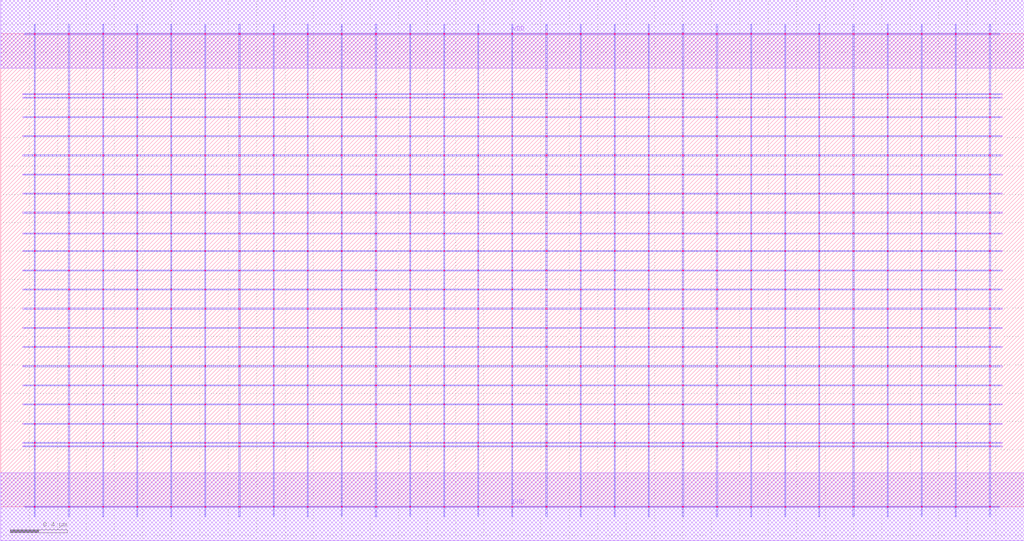
<source format=lef>
MACRO MARTIN1989
 CLASS CORE ;
 FOREIGN MARTIN1989 0 0 ;
 SIZE 7.2 BY 3.33 ;
 ORIGIN 0 0 ;
 SYMMETRY X Y R90 ;
 SITE unit ;
  PIN VDD
   DIRECTION INOUT ;
   USE POWER ;
   SHAPE ABUTMENT ;
    PORT
     CLASS CORE ;
       LAYER li1 ;
        RECT 0.00000000 3.09000000 7.20000000 3.57000000 ;
    END
  END VDD

  PIN GND
   DIRECTION INOUT ;
   USE POWER ;
   SHAPE ABUTMENT ;
    PORT
     CLASS CORE ;
       LAYER li1 ;
        RECT 0.00000000 -0.24000000 7.20000000 0.24000000 ;
    END
  END GND

 OBS
    LAYER polycont ;
     RECT 1.43600000 0.98600000 1.44400000 0.99400000 ;
     RECT 2.87600000 0.98600000 2.88400000 0.99400000 ;
     RECT 4.31600000 0.98600000 4.32400000 0.99400000 ;
     RECT 5.75600000 0.98600000 5.76400000 0.99400000 ;
     RECT 1.43600000 1.92100000 1.44400000 1.92900000 ;
     RECT 2.87600000 1.92100000 2.88400000 1.92900000 ;
     RECT 4.31600000 1.92100000 4.32400000 1.92900000 ;
     RECT 5.75600000 1.92100000 5.76400000 1.92900000 ;

    LAYER pdiffc ;
     RECT 0.71600000 2.33600000 0.72400000 2.34400000 ;
     RECT 0.95600000 2.33600000 0.96400000 2.34400000 ;
     RECT 1.91600000 2.33600000 1.92400000 2.34400000 ;
     RECT 2.15600000 2.33600000 2.16400000 2.34400000 ;
     RECT 2.39600000 2.33600000 2.40400000 2.34400000 ;
     RECT 3.35600000 2.33600000 3.36400000 2.34400000 ;
     RECT 3.59600000 2.33600000 3.60400000 2.34400000 ;
     RECT 3.83600000 2.33600000 3.84400000 2.34400000 ;
     RECT 4.79600000 2.33600000 4.80400000 2.34400000 ;
     RECT 5.03600000 2.33600000 5.04400000 2.34400000 ;
     RECT 5.27600000 2.33600000 5.28400000 2.34400000 ;
     RECT 6.23600000 2.33600000 6.24400000 2.34400000 ;
     RECT 6.47600000 2.33600000 6.48400000 2.34400000 ;
     RECT 0.71600000 2.47100000 0.72400000 2.47900000 ;
     RECT 0.95600000 2.47100000 0.96400000 2.47900000 ;
     RECT 1.91600000 2.47100000 1.92400000 2.47900000 ;
     RECT 2.15600000 2.47100000 2.16400000 2.47900000 ;
     RECT 2.39600000 2.47100000 2.40400000 2.47900000 ;
     RECT 3.35600000 2.47100000 3.36400000 2.47900000 ;
     RECT 3.59600000 2.47100000 3.60400000 2.47900000 ;
     RECT 3.83600000 2.47100000 3.84400000 2.47900000 ;
     RECT 4.79600000 2.47100000 4.80400000 2.47900000 ;
     RECT 5.03600000 2.47100000 5.04400000 2.47900000 ;
     RECT 5.27600000 2.47100000 5.28400000 2.47900000 ;
     RECT 6.23600000 2.47100000 6.24400000 2.47900000 ;
     RECT 6.47600000 2.47100000 6.48400000 2.47900000 ;
     RECT 0.71600000 2.60600000 0.72400000 2.61400000 ;
     RECT 0.95600000 2.60600000 0.96400000 2.61400000 ;
     RECT 1.91600000 2.60600000 1.92400000 2.61400000 ;
     RECT 2.15600000 2.60600000 2.16400000 2.61400000 ;
     RECT 2.39600000 2.60600000 2.40400000 2.61400000 ;
     RECT 3.35600000 2.60600000 3.36400000 2.61400000 ;
     RECT 3.59600000 2.60600000 3.60400000 2.61400000 ;
     RECT 3.83600000 2.60600000 3.84400000 2.61400000 ;
     RECT 4.79600000 2.60600000 4.80400000 2.61400000 ;
     RECT 5.03600000 2.60600000 5.04400000 2.61400000 ;
     RECT 5.27600000 2.60600000 5.28400000 2.61400000 ;
     RECT 6.23600000 2.60600000 6.24400000 2.61400000 ;
     RECT 6.47600000 2.60600000 6.48400000 2.61400000 ;
     RECT 0.71600000 2.74100000 0.72400000 2.74900000 ;
     RECT 0.95600000 2.74100000 0.96400000 2.74900000 ;
     RECT 1.91600000 2.74100000 1.92400000 2.74900000 ;
     RECT 2.15600000 2.74100000 2.16400000 2.74900000 ;
     RECT 2.39600000 2.74100000 2.40400000 2.74900000 ;
     RECT 3.35600000 2.74100000 3.36400000 2.74900000 ;
     RECT 3.59600000 2.74100000 3.60400000 2.74900000 ;
     RECT 3.83600000 2.74100000 3.84400000 2.74900000 ;
     RECT 4.79600000 2.74100000 4.80400000 2.74900000 ;
     RECT 5.03600000 2.74100000 5.04400000 2.74900000 ;
     RECT 5.27600000 2.74100000 5.28400000 2.74900000 ;
     RECT 6.23600000 2.74100000 6.24400000 2.74900000 ;
     RECT 6.47600000 2.74100000 6.48400000 2.74900000 ;
     RECT 0.71600000 2.87600000 0.72400000 2.88400000 ;
     RECT 0.95600000 2.87600000 0.96400000 2.88400000 ;
     RECT 1.91600000 2.87600000 1.92400000 2.88400000 ;
     RECT 2.15600000 2.87600000 2.16400000 2.88400000 ;
     RECT 2.39600000 2.87600000 2.40400000 2.88400000 ;
     RECT 3.35600000 2.87600000 3.36400000 2.88400000 ;
     RECT 3.59600000 2.87600000 3.60400000 2.88400000 ;
     RECT 3.83600000 2.87600000 3.84400000 2.88400000 ;
     RECT 4.79600000 2.87600000 4.80400000 2.88400000 ;
     RECT 5.03600000 2.87600000 5.04400000 2.88400000 ;
     RECT 5.27600000 2.87600000 5.28400000 2.88400000 ;
     RECT 6.23600000 2.87600000 6.24400000 2.88400000 ;
     RECT 6.47600000 2.87600000 6.48400000 2.88400000 ;
     RECT 0.71600000 2.90100000 0.72400000 2.90900000 ;
     RECT 0.95600000 2.90100000 0.96400000 2.90900000 ;
     RECT 1.91600000 2.90100000 1.92400000 2.90900000 ;
     RECT 2.15600000 2.90100000 2.16400000 2.90900000 ;
     RECT 2.39600000 2.90100000 2.40400000 2.90900000 ;
     RECT 3.35600000 2.90100000 3.36400000 2.90900000 ;
     RECT 3.59600000 2.90100000 3.60400000 2.90900000 ;
     RECT 3.83600000 2.90100000 3.84400000 2.90900000 ;
     RECT 4.79600000 2.90100000 4.80400000 2.90900000 ;
     RECT 5.03600000 2.90100000 5.04400000 2.90900000 ;
     RECT 5.27600000 2.90100000 5.28400000 2.90900000 ;
     RECT 6.23600000 2.90100000 6.24400000 2.90900000 ;
     RECT 6.47600000 2.90100000 6.48400000 2.90900000 ;

    LAYER ndiffc ;
     RECT 0.71600000 0.42100000 0.72400000 0.42900000 ;
     RECT 0.95600000 0.42100000 0.96400000 0.42900000 ;
     RECT 1.91600000 0.42100000 1.92400000 0.42900000 ;
     RECT 2.15600000 0.42100000 2.16400000 0.42900000 ;
     RECT 2.39600000 0.42100000 2.40400000 0.42900000 ;
     RECT 3.35600000 0.42100000 3.36400000 0.42900000 ;
     RECT 3.59600000 0.42100000 3.60400000 0.42900000 ;
     RECT 3.83600000 0.42100000 3.84400000 0.42900000 ;
     RECT 4.79600000 0.42100000 4.80400000 0.42900000 ;
     RECT 5.03600000 0.42100000 5.04400000 0.42900000 ;
     RECT 5.27600000 0.42100000 5.28400000 0.42900000 ;
     RECT 6.23600000 0.42100000 6.24400000 0.42900000 ;
     RECT 6.47600000 0.42100000 6.48400000 0.42900000 ;
     RECT 0.71600000 0.44600000 0.72400000 0.45400000 ;
     RECT 0.95600000 0.44600000 0.96400000 0.45400000 ;
     RECT 1.91600000 0.44600000 1.92400000 0.45400000 ;
     RECT 2.15600000 0.44600000 2.16400000 0.45400000 ;
     RECT 2.39600000 0.44600000 2.40400000 0.45400000 ;
     RECT 3.35600000 0.44600000 3.36400000 0.45400000 ;
     RECT 3.59600000 0.44600000 3.60400000 0.45400000 ;
     RECT 3.83600000 0.44600000 3.84400000 0.45400000 ;
     RECT 4.79600000 0.44600000 4.80400000 0.45400000 ;
     RECT 5.03600000 0.44600000 5.04400000 0.45400000 ;
     RECT 5.27600000 0.44600000 5.28400000 0.45400000 ;
     RECT 6.23600000 0.44600000 6.24400000 0.45400000 ;
     RECT 6.47600000 0.44600000 6.48400000 0.45400000 ;
     RECT 0.71600000 0.58100000 0.72400000 0.58900000 ;
     RECT 0.95600000 0.58100000 0.96400000 0.58900000 ;
     RECT 1.91600000 0.58100000 1.92400000 0.58900000 ;
     RECT 2.15600000 0.58100000 2.16400000 0.58900000 ;
     RECT 2.39600000 0.58100000 2.40400000 0.58900000 ;
     RECT 3.35600000 0.58100000 3.36400000 0.58900000 ;
     RECT 3.59600000 0.58100000 3.60400000 0.58900000 ;
     RECT 3.83600000 0.58100000 3.84400000 0.58900000 ;
     RECT 4.79600000 0.58100000 4.80400000 0.58900000 ;
     RECT 5.03600000 0.58100000 5.04400000 0.58900000 ;
     RECT 5.27600000 0.58100000 5.28400000 0.58900000 ;
     RECT 6.23600000 0.58100000 6.24400000 0.58900000 ;
     RECT 6.47600000 0.58100000 6.48400000 0.58900000 ;

    LAYER li1 ;
     RECT 0.00000000 -0.24000000 7.20000000 0.24000000 ;
     RECT 3.59600000 0.24000000 3.60400000 0.42100000 ;
     RECT 0.15500000 0.42100000 7.04500000 0.42900000 ;
     RECT 3.59600000 0.42900000 3.60400000 0.44600000 ;
     RECT 0.15500000 0.44600000 7.04500000 0.45400000 ;
     RECT 3.59600000 0.45400000 3.60400000 0.58100000 ;
     RECT 0.15500000 0.58100000 7.04500000 0.58900000 ;
     RECT 3.59600000 0.58900000 3.60400000 0.71600000 ;
     RECT 0.15500000 0.71600000 7.04500000 0.72400000 ;
     RECT 3.59600000 0.72400000 3.60400000 0.85100000 ;
     RECT 0.15500000 0.85100000 7.04500000 0.85900000 ;
     RECT 3.59600000 0.85900000 3.60400000 0.98600000 ;
     RECT 0.15500000 0.98600000 7.04500000 0.99400000 ;
     RECT 3.59600000 0.99400000 3.60400000 1.12100000 ;
     RECT 0.15500000 1.12100000 7.04500000 1.12900000 ;
     RECT 3.59600000 1.12900000 3.60400000 1.25600000 ;
     RECT 0.15500000 1.25600000 7.04500000 1.26400000 ;
     RECT 3.59600000 1.26400000 3.60400000 1.39100000 ;
     RECT 0.15500000 1.39100000 7.04500000 1.39900000 ;
     RECT 3.59600000 1.39900000 3.60400000 1.52600000 ;
     RECT 0.15500000 1.52600000 7.04500000 1.53400000 ;
     RECT 3.59600000 1.53400000 3.60400000 1.66100000 ;
     RECT 0.15500000 1.66100000 7.04500000 1.66900000 ;
     RECT 3.59600000 1.66900000 3.60400000 1.79600000 ;
     RECT 0.15500000 1.79600000 7.04500000 1.80400000 ;
     RECT 3.59600000 1.80400000 3.60400000 1.92100000 ;
     RECT 0.15500000 1.92100000 7.04500000 1.92900000 ;
     RECT 3.59600000 1.92900000 3.60400000 2.06600000 ;
     RECT 0.15500000 2.06600000 7.04500000 2.07400000 ;
     RECT 3.59600000 2.07400000 3.60400000 2.20100000 ;
     RECT 0.15500000 2.20100000 7.04500000 2.20900000 ;
     RECT 3.59600000 2.20900000 3.60400000 2.33600000 ;
     RECT 0.15500000 2.33600000 7.04500000 2.34400000 ;
     RECT 3.59600000 2.34400000 3.60400000 2.47100000 ;
     RECT 0.15500000 2.47100000 7.04500000 2.47900000 ;
     RECT 3.59600000 2.47900000 3.60400000 2.60600000 ;
     RECT 0.15500000 2.60600000 7.04500000 2.61400000 ;
     RECT 3.59600000 2.61400000 3.60400000 2.74100000 ;
     RECT 0.15500000 2.74100000 7.04500000 2.74900000 ;
     RECT 3.59600000 2.74900000 3.60400000 2.87600000 ;
     RECT 0.15500000 2.87600000 7.04500000 2.88400000 ;
     RECT 3.59600000 2.88400000 3.60400000 2.90100000 ;
     RECT 0.15500000 2.90100000 7.04500000 2.90900000 ;
     RECT 3.59600000 2.90900000 3.60400000 3.09000000 ;
     RECT 0.00000000 3.09000000 7.20000000 3.57000000 ;
     RECT 3.83600000 2.61400000 3.84400000 2.74100000 ;
     RECT 4.07600000 2.61400000 4.08400000 2.74100000 ;
     RECT 4.31600000 2.61400000 4.32400000 2.74100000 ;
     RECT 4.55600000 2.61400000 4.56400000 2.74100000 ;
     RECT 4.79600000 2.61400000 4.80400000 2.74100000 ;
     RECT 5.03600000 2.61400000 5.04400000 2.74100000 ;
     RECT 5.27600000 2.61400000 5.28400000 2.74100000 ;
     RECT 5.51600000 2.61400000 5.52400000 2.74100000 ;
     RECT 5.75600000 2.61400000 5.76400000 2.74100000 ;
     RECT 5.99600000 2.61400000 6.00400000 2.74100000 ;
     RECT 6.23600000 2.61400000 6.24400000 2.74100000 ;
     RECT 6.47600000 2.61400000 6.48400000 2.74100000 ;
     RECT 6.71600000 2.61400000 6.72400000 2.74100000 ;
     RECT 6.95600000 2.61400000 6.96400000 2.74100000 ;
     RECT 5.51600000 2.74900000 5.52400000 2.87600000 ;
     RECT 5.75600000 2.74900000 5.76400000 2.87600000 ;
     RECT 5.99600000 2.74900000 6.00400000 2.87600000 ;
     RECT 6.23600000 2.74900000 6.24400000 2.87600000 ;
     RECT 6.47600000 2.74900000 6.48400000 2.87600000 ;
     RECT 6.71600000 2.74900000 6.72400000 2.87600000 ;
     RECT 6.95600000 2.74900000 6.96400000 2.87600000 ;
     RECT 5.51600000 2.88400000 5.52400000 2.90100000 ;
     RECT 5.75600000 2.88400000 5.76400000 2.90100000 ;
     RECT 5.99600000 2.88400000 6.00400000 2.90100000 ;
     RECT 6.23600000 2.88400000 6.24400000 2.90100000 ;
     RECT 6.47600000 2.88400000 6.48400000 2.90100000 ;
     RECT 6.71600000 2.88400000 6.72400000 2.90100000 ;
     RECT 6.95600000 2.88400000 6.96400000 2.90100000 ;
     RECT 5.51600000 2.90900000 5.52400000 3.09000000 ;
     RECT 5.75600000 2.90900000 5.76400000 3.09000000 ;
     RECT 5.99600000 2.90900000 6.00400000 3.09000000 ;
     RECT 6.23600000 2.90900000 6.24400000 3.09000000 ;
     RECT 6.47600000 2.90900000 6.48400000 3.09000000 ;
     RECT 6.71600000 2.90900000 6.72400000 3.09000000 ;
     RECT 6.95600000 2.90900000 6.96400000 3.09000000 ;
     RECT 3.83600000 2.74900000 3.84400000 2.87600000 ;
     RECT 4.07600000 2.74900000 4.08400000 2.87600000 ;
     RECT 4.31600000 2.74900000 4.32400000 2.87600000 ;
     RECT 4.55600000 2.74900000 4.56400000 2.87600000 ;
     RECT 4.79600000 2.74900000 4.80400000 2.87600000 ;
     RECT 5.03600000 2.74900000 5.04400000 2.87600000 ;
     RECT 5.27600000 2.74900000 5.28400000 2.87600000 ;
     RECT 3.83600000 2.90900000 3.84400000 3.09000000 ;
     RECT 4.07600000 2.90900000 4.08400000 3.09000000 ;
     RECT 4.31600000 2.90900000 4.32400000 3.09000000 ;
     RECT 4.55600000 2.90900000 4.56400000 3.09000000 ;
     RECT 4.79600000 2.90900000 4.80400000 3.09000000 ;
     RECT 5.03600000 2.90900000 5.04400000 3.09000000 ;
     RECT 5.27600000 2.90900000 5.28400000 3.09000000 ;
     RECT 3.83600000 2.88400000 3.84400000 2.90100000 ;
     RECT 4.07600000 2.88400000 4.08400000 2.90100000 ;
     RECT 4.31600000 2.88400000 4.32400000 2.90100000 ;
     RECT 4.55600000 2.88400000 4.56400000 2.90100000 ;
     RECT 4.79600000 2.88400000 4.80400000 2.90100000 ;
     RECT 5.03600000 2.88400000 5.04400000 2.90100000 ;
     RECT 5.27600000 2.88400000 5.28400000 2.90100000 ;
     RECT 3.83600000 1.66900000 3.84400000 1.79600000 ;
     RECT 4.07600000 1.66900000 4.08400000 1.79600000 ;
     RECT 4.07600000 2.07400000 4.08400000 2.20100000 ;
     RECT 4.31600000 2.07400000 4.32400000 2.20100000 ;
     RECT 4.55600000 2.07400000 4.56400000 2.20100000 ;
     RECT 4.79600000 2.07400000 4.80400000 2.20100000 ;
     RECT 5.03600000 2.07400000 5.04400000 2.20100000 ;
     RECT 5.27600000 2.07400000 5.28400000 2.20100000 ;
     RECT 5.27600000 1.66900000 5.28400000 1.79600000 ;
     RECT 3.83600000 2.20900000 3.84400000 2.33600000 ;
     RECT 4.07600000 2.20900000 4.08400000 2.33600000 ;
     RECT 4.31600000 2.20900000 4.32400000 2.33600000 ;
     RECT 4.55600000 2.20900000 4.56400000 2.33600000 ;
     RECT 4.79600000 2.20900000 4.80400000 2.33600000 ;
     RECT 5.03600000 2.20900000 5.04400000 2.33600000 ;
     RECT 5.27600000 2.20900000 5.28400000 2.33600000 ;
     RECT 3.83600000 1.80400000 3.84400000 1.92100000 ;
     RECT 4.07600000 1.80400000 4.08400000 1.92100000 ;
     RECT 3.83600000 2.34400000 3.84400000 2.47100000 ;
     RECT 4.07600000 2.34400000 4.08400000 2.47100000 ;
     RECT 4.31600000 2.34400000 4.32400000 2.47100000 ;
     RECT 4.55600000 2.34400000 4.56400000 2.47100000 ;
     RECT 4.79600000 2.34400000 4.80400000 2.47100000 ;
     RECT 5.03600000 2.34400000 5.04400000 2.47100000 ;
     RECT 5.27600000 2.34400000 5.28400000 2.47100000 ;
     RECT 3.83600000 2.47900000 3.84400000 2.60600000 ;
     RECT 4.07600000 2.47900000 4.08400000 2.60600000 ;
     RECT 4.31600000 2.47900000 4.32400000 2.60600000 ;
     RECT 4.55600000 2.47900000 4.56400000 2.60600000 ;
     RECT 4.79600000 2.47900000 4.80400000 2.60600000 ;
     RECT 5.03600000 2.47900000 5.04400000 2.60600000 ;
     RECT 5.27600000 2.47900000 5.28400000 2.60600000 ;
     RECT 4.31600000 1.80400000 4.32400000 1.92100000 ;
     RECT 4.55600000 1.80400000 4.56400000 1.92100000 ;
     RECT 5.03600000 1.80400000 5.04400000 1.92100000 ;
     RECT 5.27600000 1.80400000 5.28400000 1.92100000 ;
     RECT 4.31600000 1.66900000 4.32400000 1.79600000 ;
     RECT 4.55600000 1.66900000 4.56400000 1.79600000 ;
     RECT 3.83600000 1.92900000 3.84400000 2.06600000 ;
     RECT 4.07600000 1.92900000 4.08400000 2.06600000 ;
     RECT 4.31600000 1.92900000 4.32400000 2.06600000 ;
     RECT 4.55600000 1.92900000 4.56400000 2.06600000 ;
     RECT 4.79600000 1.92900000 4.80400000 2.06600000 ;
     RECT 5.03600000 1.92900000 5.04400000 2.06600000 ;
     RECT 5.27600000 1.92900000 5.28400000 2.06600000 ;
     RECT 4.79600000 1.66900000 4.80400000 1.79600000 ;
     RECT 5.03600000 1.66900000 5.04400000 1.79600000 ;
     RECT 3.83600000 2.07400000 3.84400000 2.20100000 ;
     RECT 4.79600000 1.80400000 4.80400000 1.92100000 ;
     RECT 6.95600000 2.20900000 6.96400000 2.33600000 ;
     RECT 5.75600000 1.66900000 5.76400000 1.79600000 ;
     RECT 5.99600000 1.66900000 6.00400000 1.79600000 ;
     RECT 6.71600000 1.80400000 6.72400000 1.92100000 ;
     RECT 6.95600000 1.80400000 6.96400000 1.92100000 ;
     RECT 5.51600000 1.80400000 5.52400000 1.92100000 ;
     RECT 5.75600000 1.80400000 5.76400000 1.92100000 ;
     RECT 5.51600000 1.92900000 5.52400000 2.06600000 ;
     RECT 5.75600000 1.92900000 5.76400000 2.06600000 ;
     RECT 5.51600000 2.07400000 5.52400000 2.20100000 ;
     RECT 5.51600000 2.34400000 5.52400000 2.47100000 ;
     RECT 5.75600000 2.34400000 5.76400000 2.47100000 ;
     RECT 5.99600000 2.34400000 6.00400000 2.47100000 ;
     RECT 6.23600000 2.34400000 6.24400000 2.47100000 ;
     RECT 6.47600000 2.34400000 6.48400000 2.47100000 ;
     RECT 6.71600000 2.34400000 6.72400000 2.47100000 ;
     RECT 6.95600000 2.34400000 6.96400000 2.47100000 ;
     RECT 6.23600000 1.66900000 6.24400000 1.79600000 ;
     RECT 6.47600000 1.66900000 6.48400000 1.79600000 ;
     RECT 5.75600000 2.07400000 5.76400000 2.20100000 ;
     RECT 5.99600000 2.07400000 6.00400000 2.20100000 ;
     RECT 6.23600000 2.07400000 6.24400000 2.20100000 ;
     RECT 6.47600000 2.07400000 6.48400000 2.20100000 ;
     RECT 6.71600000 2.07400000 6.72400000 2.20100000 ;
     RECT 6.95600000 2.07400000 6.96400000 2.20100000 ;
     RECT 5.99600000 1.92900000 6.00400000 2.06600000 ;
     RECT 5.51600000 2.47900000 5.52400000 2.60600000 ;
     RECT 5.75600000 2.47900000 5.76400000 2.60600000 ;
     RECT 5.99600000 2.47900000 6.00400000 2.60600000 ;
     RECT 6.23600000 2.47900000 6.24400000 2.60600000 ;
     RECT 6.47600000 2.47900000 6.48400000 2.60600000 ;
     RECT 6.71600000 2.47900000 6.72400000 2.60600000 ;
     RECT 6.95600000 2.47900000 6.96400000 2.60600000 ;
     RECT 6.71600000 1.66900000 6.72400000 1.79600000 ;
     RECT 6.95600000 1.66900000 6.96400000 1.79600000 ;
     RECT 5.51600000 1.66900000 5.52400000 1.79600000 ;
     RECT 6.23600000 1.92900000 6.24400000 2.06600000 ;
     RECT 6.47600000 1.92900000 6.48400000 2.06600000 ;
     RECT 6.71600000 1.92900000 6.72400000 2.06600000 ;
     RECT 6.95600000 1.92900000 6.96400000 2.06600000 ;
     RECT 5.99600000 1.80400000 6.00400000 1.92100000 ;
     RECT 6.23600000 1.80400000 6.24400000 1.92100000 ;
     RECT 6.47600000 1.80400000 6.48400000 1.92100000 ;
     RECT 5.51600000 2.20900000 5.52400000 2.33600000 ;
     RECT 5.75600000 2.20900000 5.76400000 2.33600000 ;
     RECT 5.99600000 2.20900000 6.00400000 2.33600000 ;
     RECT 6.23600000 2.20900000 6.24400000 2.33600000 ;
     RECT 6.47600000 2.20900000 6.48400000 2.33600000 ;
     RECT 6.71600000 2.20900000 6.72400000 2.33600000 ;
     RECT 0.23600000 2.61400000 0.24400000 2.74100000 ;
     RECT 0.47600000 2.61400000 0.48400000 2.74100000 ;
     RECT 0.71600000 2.61400000 0.72400000 2.74100000 ;
     RECT 0.95600000 2.61400000 0.96400000 2.74100000 ;
     RECT 1.19600000 2.61400000 1.20400000 2.74100000 ;
     RECT 1.43600000 2.61400000 1.44400000 2.74100000 ;
     RECT 1.67600000 2.61400000 1.68400000 2.74100000 ;
     RECT 1.91600000 2.61400000 1.92400000 2.74100000 ;
     RECT 2.15600000 2.61400000 2.16400000 2.74100000 ;
     RECT 2.39600000 2.61400000 2.40400000 2.74100000 ;
     RECT 2.63600000 2.61400000 2.64400000 2.74100000 ;
     RECT 2.87600000 2.61400000 2.88400000 2.74100000 ;
     RECT 3.11600000 2.61400000 3.12400000 2.74100000 ;
     RECT 3.35600000 2.61400000 3.36400000 2.74100000 ;
     RECT 1.91600000 2.74900000 1.92400000 2.87600000 ;
     RECT 2.15600000 2.74900000 2.16400000 2.87600000 ;
     RECT 2.39600000 2.74900000 2.40400000 2.87600000 ;
     RECT 2.63600000 2.74900000 2.64400000 2.87600000 ;
     RECT 2.87600000 2.74900000 2.88400000 2.87600000 ;
     RECT 3.11600000 2.74900000 3.12400000 2.87600000 ;
     RECT 3.35600000 2.74900000 3.36400000 2.87600000 ;
     RECT 1.91600000 2.88400000 1.92400000 2.90100000 ;
     RECT 2.15600000 2.88400000 2.16400000 2.90100000 ;
     RECT 2.39600000 2.88400000 2.40400000 2.90100000 ;
     RECT 2.63600000 2.88400000 2.64400000 2.90100000 ;
     RECT 2.87600000 2.88400000 2.88400000 2.90100000 ;
     RECT 3.11600000 2.88400000 3.12400000 2.90100000 ;
     RECT 3.35600000 2.88400000 3.36400000 2.90100000 ;
     RECT 1.91600000 2.90900000 1.92400000 3.09000000 ;
     RECT 2.15600000 2.90900000 2.16400000 3.09000000 ;
     RECT 2.39600000 2.90900000 2.40400000 3.09000000 ;
     RECT 2.63600000 2.90900000 2.64400000 3.09000000 ;
     RECT 2.87600000 2.90900000 2.88400000 3.09000000 ;
     RECT 3.11600000 2.90900000 3.12400000 3.09000000 ;
     RECT 3.35600000 2.90900000 3.36400000 3.09000000 ;
     RECT 0.23600000 2.74900000 0.24400000 2.87600000 ;
     RECT 0.47600000 2.74900000 0.48400000 2.87600000 ;
     RECT 0.71600000 2.74900000 0.72400000 2.87600000 ;
     RECT 0.95600000 2.74900000 0.96400000 2.87600000 ;
     RECT 1.19600000 2.74900000 1.20400000 2.87600000 ;
     RECT 1.43600000 2.74900000 1.44400000 2.87600000 ;
     RECT 1.67600000 2.74900000 1.68400000 2.87600000 ;
     RECT 0.23600000 2.90900000 0.24400000 3.09000000 ;
     RECT 0.47600000 2.90900000 0.48400000 3.09000000 ;
     RECT 0.71600000 2.90900000 0.72400000 3.09000000 ;
     RECT 0.95600000 2.90900000 0.96400000 3.09000000 ;
     RECT 1.19600000 2.90900000 1.20400000 3.09000000 ;
     RECT 1.43600000 2.90900000 1.44400000 3.09000000 ;
     RECT 1.67600000 2.90900000 1.68400000 3.09000000 ;
     RECT 0.23600000 2.88400000 0.24400000 2.90100000 ;
     RECT 0.47600000 2.88400000 0.48400000 2.90100000 ;
     RECT 0.71600000 2.88400000 0.72400000 2.90100000 ;
     RECT 0.95600000 2.88400000 0.96400000 2.90100000 ;
     RECT 1.19600000 2.88400000 1.20400000 2.90100000 ;
     RECT 1.43600000 2.88400000 1.44400000 2.90100000 ;
     RECT 1.67600000 2.88400000 1.68400000 2.90100000 ;
     RECT 1.19600000 1.92900000 1.20400000 2.06600000 ;
     RECT 1.43600000 1.92900000 1.44400000 2.06600000 ;
     RECT 1.67600000 1.92900000 1.68400000 2.06600000 ;
     RECT 0.47600000 1.66900000 0.48400000 1.79600000 ;
     RECT 0.23600000 1.80400000 0.24400000 1.92100000 ;
     RECT 0.47600000 1.80400000 0.48400000 1.92100000 ;
     RECT 0.23600000 1.92900000 0.24400000 2.06600000 ;
     RECT 0.47600000 1.92900000 0.48400000 2.06600000 ;
     RECT 0.71600000 1.92900000 0.72400000 2.06600000 ;
     RECT 0.95600000 1.92900000 0.96400000 2.06600000 ;
     RECT 0.23600000 2.20900000 0.24400000 2.33600000 ;
     RECT 0.47600000 2.20900000 0.48400000 2.33600000 ;
     RECT 0.71600000 2.20900000 0.72400000 2.33600000 ;
     RECT 0.95600000 2.20900000 0.96400000 2.33600000 ;
     RECT 1.19600000 2.20900000 1.20400000 2.33600000 ;
     RECT 1.43600000 2.20900000 1.44400000 2.33600000 ;
     RECT 1.67600000 2.20900000 1.68400000 2.33600000 ;
     RECT 0.71600000 1.80400000 0.72400000 1.92100000 ;
     RECT 0.95600000 1.80400000 0.96400000 1.92100000 ;
     RECT 1.19600000 1.80400000 1.20400000 1.92100000 ;
     RECT 1.43600000 1.80400000 1.44400000 1.92100000 ;
     RECT 1.67600000 1.80400000 1.68400000 1.92100000 ;
     RECT 0.23600000 2.34400000 0.24400000 2.47100000 ;
     RECT 0.47600000 2.34400000 0.48400000 2.47100000 ;
     RECT 0.71600000 2.34400000 0.72400000 2.47100000 ;
     RECT 0.95600000 2.34400000 0.96400000 2.47100000 ;
     RECT 1.19600000 2.34400000 1.20400000 2.47100000 ;
     RECT 1.43600000 2.34400000 1.44400000 2.47100000 ;
     RECT 1.67600000 2.34400000 1.68400000 2.47100000 ;
     RECT 0.95600000 2.07400000 0.96400000 2.20100000 ;
     RECT 1.19600000 2.07400000 1.20400000 2.20100000 ;
     RECT 1.43600000 2.07400000 1.44400000 2.20100000 ;
     RECT 0.23600000 2.47900000 0.24400000 2.60600000 ;
     RECT 0.47600000 2.47900000 0.48400000 2.60600000 ;
     RECT 0.71600000 2.47900000 0.72400000 2.60600000 ;
     RECT 0.95600000 2.47900000 0.96400000 2.60600000 ;
     RECT 1.19600000 2.47900000 1.20400000 2.60600000 ;
     RECT 1.43600000 2.47900000 1.44400000 2.60600000 ;
     RECT 1.67600000 2.47900000 1.68400000 2.60600000 ;
     RECT 1.67600000 2.07400000 1.68400000 2.20100000 ;
     RECT 1.67600000 1.66900000 1.68400000 1.79600000 ;
     RECT 0.71600000 2.07400000 0.72400000 2.20100000 ;
     RECT 0.23600000 1.66900000 0.24400000 1.79600000 ;
     RECT 0.71600000 1.66900000 0.72400000 1.79600000 ;
     RECT 0.95600000 1.66900000 0.96400000 1.79600000 ;
     RECT 1.19600000 1.66900000 1.20400000 1.79600000 ;
     RECT 1.43600000 1.66900000 1.44400000 1.79600000 ;
     RECT 0.23600000 2.07400000 0.24400000 2.20100000 ;
     RECT 0.47600000 2.07400000 0.48400000 2.20100000 ;
     RECT 1.91600000 1.66900000 1.92400000 1.79600000 ;
     RECT 2.15600000 1.66900000 2.16400000 1.79600000 ;
     RECT 2.39600000 1.66900000 2.40400000 1.79600000 ;
     RECT 2.63600000 1.66900000 2.64400000 1.79600000 ;
     RECT 2.87600000 1.66900000 2.88400000 1.79600000 ;
     RECT 3.11600000 1.66900000 3.12400000 1.79600000 ;
     RECT 3.35600000 1.66900000 3.36400000 1.79600000 ;
     RECT 2.39600000 2.47900000 2.40400000 2.60600000 ;
     RECT 1.91600000 1.80400000 1.92400000 1.92100000 ;
     RECT 2.15600000 2.20900000 2.16400000 2.33600000 ;
     RECT 2.39600000 2.20900000 2.40400000 2.33600000 ;
     RECT 2.63600000 2.20900000 2.64400000 2.33600000 ;
     RECT 2.87600000 2.20900000 2.88400000 2.33600000 ;
     RECT 3.11600000 2.20900000 3.12400000 2.33600000 ;
     RECT 3.35600000 2.20900000 3.36400000 2.33600000 ;
     RECT 2.63600000 2.47900000 2.64400000 2.60600000 ;
     RECT 1.91600000 2.34400000 1.92400000 2.47100000 ;
     RECT 2.15600000 2.34400000 2.16400000 2.47100000 ;
     RECT 2.39600000 2.34400000 2.40400000 2.47100000 ;
     RECT 2.87600000 2.47900000 2.88400000 2.60600000 ;
     RECT 3.11600000 2.47900000 3.12400000 2.60600000 ;
     RECT 1.91600000 1.92900000 1.92400000 2.06600000 ;
     RECT 2.15600000 1.92900000 2.16400000 2.06600000 ;
     RECT 2.39600000 1.92900000 2.40400000 2.06600000 ;
     RECT 2.63600000 1.92900000 2.64400000 2.06600000 ;
     RECT 2.87600000 1.92900000 2.88400000 2.06600000 ;
     RECT 3.11600000 1.92900000 3.12400000 2.06600000 ;
     RECT 3.35600000 1.92900000 3.36400000 2.06600000 ;
     RECT 3.35600000 2.47900000 3.36400000 2.60600000 ;
     RECT 1.91600000 2.47900000 1.92400000 2.60600000 ;
     RECT 1.91600000 2.07400000 1.92400000 2.20100000 ;
     RECT 2.15600000 2.07400000 2.16400000 2.20100000 ;
     RECT 1.91600000 2.20900000 1.92400000 2.33600000 ;
     RECT 2.63600000 2.34400000 2.64400000 2.47100000 ;
     RECT 2.87600000 2.34400000 2.88400000 2.47100000 ;
     RECT 3.11600000 2.34400000 3.12400000 2.47100000 ;
     RECT 3.35600000 2.34400000 3.36400000 2.47100000 ;
     RECT 2.15600000 1.80400000 2.16400000 1.92100000 ;
     RECT 2.39600000 1.80400000 2.40400000 1.92100000 ;
     RECT 2.63600000 1.80400000 2.64400000 1.92100000 ;
     RECT 2.87600000 1.80400000 2.88400000 1.92100000 ;
     RECT 3.11600000 1.80400000 3.12400000 1.92100000 ;
     RECT 3.35600000 1.80400000 3.36400000 1.92100000 ;
     RECT 2.39600000 2.07400000 2.40400000 2.20100000 ;
     RECT 2.63600000 2.07400000 2.64400000 2.20100000 ;
     RECT 2.87600000 2.07400000 2.88400000 2.20100000 ;
     RECT 3.11600000 2.07400000 3.12400000 2.20100000 ;
     RECT 3.35600000 2.07400000 3.36400000 2.20100000 ;
     RECT 2.15600000 2.47900000 2.16400000 2.60600000 ;
     RECT 0.23600000 0.58900000 0.24400000 0.71600000 ;
     RECT 0.47600000 0.58900000 0.48400000 0.71600000 ;
     RECT 0.71600000 0.58900000 0.72400000 0.71600000 ;
     RECT 0.95600000 0.58900000 0.96400000 0.71600000 ;
     RECT 1.19600000 0.58900000 1.20400000 0.71600000 ;
     RECT 1.43600000 0.58900000 1.44400000 0.71600000 ;
     RECT 1.67600000 0.58900000 1.68400000 0.71600000 ;
     RECT 1.91600000 0.58900000 1.92400000 0.71600000 ;
     RECT 2.15600000 0.58900000 2.16400000 0.71600000 ;
     RECT 2.39600000 0.58900000 2.40400000 0.71600000 ;
     RECT 2.63600000 0.58900000 2.64400000 0.71600000 ;
     RECT 2.87600000 0.58900000 2.88400000 0.71600000 ;
     RECT 3.11600000 0.58900000 3.12400000 0.71600000 ;
     RECT 3.35600000 0.58900000 3.36400000 0.71600000 ;
     RECT 1.91600000 0.72400000 1.92400000 0.85100000 ;
     RECT 2.15600000 0.72400000 2.16400000 0.85100000 ;
     RECT 2.39600000 0.72400000 2.40400000 0.85100000 ;
     RECT 2.63600000 0.72400000 2.64400000 0.85100000 ;
     RECT 2.87600000 0.72400000 2.88400000 0.85100000 ;
     RECT 3.11600000 0.72400000 3.12400000 0.85100000 ;
     RECT 3.35600000 0.72400000 3.36400000 0.85100000 ;
     RECT 1.91600000 0.85900000 1.92400000 0.98600000 ;
     RECT 2.15600000 0.85900000 2.16400000 0.98600000 ;
     RECT 2.39600000 0.85900000 2.40400000 0.98600000 ;
     RECT 2.63600000 0.85900000 2.64400000 0.98600000 ;
     RECT 2.87600000 0.85900000 2.88400000 0.98600000 ;
     RECT 3.11600000 0.85900000 3.12400000 0.98600000 ;
     RECT 3.35600000 0.85900000 3.36400000 0.98600000 ;
     RECT 1.91600000 0.99400000 1.92400000 1.12100000 ;
     RECT 2.15600000 0.99400000 2.16400000 1.12100000 ;
     RECT 2.39600000 0.99400000 2.40400000 1.12100000 ;
     RECT 2.63600000 0.99400000 2.64400000 1.12100000 ;
     RECT 2.87600000 0.99400000 2.88400000 1.12100000 ;
     RECT 3.11600000 0.99400000 3.12400000 1.12100000 ;
     RECT 3.35600000 0.99400000 3.36400000 1.12100000 ;
     RECT 1.91600000 1.12900000 1.92400000 1.25600000 ;
     RECT 2.15600000 1.12900000 2.16400000 1.25600000 ;
     RECT 2.39600000 1.12900000 2.40400000 1.25600000 ;
     RECT 2.63600000 1.12900000 2.64400000 1.25600000 ;
     RECT 2.87600000 1.12900000 2.88400000 1.25600000 ;
     RECT 3.11600000 1.12900000 3.12400000 1.25600000 ;
     RECT 3.35600000 1.12900000 3.36400000 1.25600000 ;
     RECT 1.91600000 1.26400000 1.92400000 1.39100000 ;
     RECT 2.15600000 1.26400000 2.16400000 1.39100000 ;
     RECT 2.39600000 1.26400000 2.40400000 1.39100000 ;
     RECT 2.63600000 1.26400000 2.64400000 1.39100000 ;
     RECT 2.87600000 1.26400000 2.88400000 1.39100000 ;
     RECT 3.11600000 1.26400000 3.12400000 1.39100000 ;
     RECT 3.35600000 1.26400000 3.36400000 1.39100000 ;
     RECT 1.91600000 1.39900000 1.92400000 1.52600000 ;
     RECT 2.15600000 1.39900000 2.16400000 1.52600000 ;
     RECT 2.39600000 1.39900000 2.40400000 1.52600000 ;
     RECT 2.63600000 1.39900000 2.64400000 1.52600000 ;
     RECT 2.87600000 1.39900000 2.88400000 1.52600000 ;
     RECT 3.11600000 1.39900000 3.12400000 1.52600000 ;
     RECT 3.35600000 1.39900000 3.36400000 1.52600000 ;
     RECT 1.91600000 1.53400000 1.92400000 1.66100000 ;
     RECT 2.15600000 1.53400000 2.16400000 1.66100000 ;
     RECT 2.39600000 1.53400000 2.40400000 1.66100000 ;
     RECT 2.63600000 1.53400000 2.64400000 1.66100000 ;
     RECT 2.87600000 1.53400000 2.88400000 1.66100000 ;
     RECT 3.11600000 1.53400000 3.12400000 1.66100000 ;
     RECT 3.35600000 1.53400000 3.36400000 1.66100000 ;
     RECT 0.23600000 0.72400000 0.24400000 0.85100000 ;
     RECT 0.47600000 0.72400000 0.48400000 0.85100000 ;
     RECT 0.71600000 0.72400000 0.72400000 0.85100000 ;
     RECT 0.95600000 0.72400000 0.96400000 0.85100000 ;
     RECT 1.19600000 0.72400000 1.20400000 0.85100000 ;
     RECT 1.43600000 0.72400000 1.44400000 0.85100000 ;
     RECT 1.67600000 0.72400000 1.68400000 0.85100000 ;
     RECT 0.23600000 1.26400000 0.24400000 1.39100000 ;
     RECT 0.47600000 1.26400000 0.48400000 1.39100000 ;
     RECT 0.71600000 1.26400000 0.72400000 1.39100000 ;
     RECT 0.95600000 1.26400000 0.96400000 1.39100000 ;
     RECT 1.19600000 1.26400000 1.20400000 1.39100000 ;
     RECT 1.43600000 1.26400000 1.44400000 1.39100000 ;
     RECT 1.67600000 1.26400000 1.68400000 1.39100000 ;
     RECT 0.23600000 0.99400000 0.24400000 1.12100000 ;
     RECT 0.47600000 0.99400000 0.48400000 1.12100000 ;
     RECT 0.71600000 0.99400000 0.72400000 1.12100000 ;
     RECT 0.95600000 0.99400000 0.96400000 1.12100000 ;
     RECT 1.19600000 0.99400000 1.20400000 1.12100000 ;
     RECT 1.43600000 0.99400000 1.44400000 1.12100000 ;
     RECT 1.67600000 0.99400000 1.68400000 1.12100000 ;
     RECT 0.23600000 1.39900000 0.24400000 1.52600000 ;
     RECT 0.47600000 1.39900000 0.48400000 1.52600000 ;
     RECT 0.71600000 1.39900000 0.72400000 1.52600000 ;
     RECT 0.95600000 1.39900000 0.96400000 1.52600000 ;
     RECT 1.19600000 1.39900000 1.20400000 1.52600000 ;
     RECT 1.43600000 1.39900000 1.44400000 1.52600000 ;
     RECT 1.67600000 1.39900000 1.68400000 1.52600000 ;
     RECT 0.23600000 0.85900000 0.24400000 0.98600000 ;
     RECT 0.47600000 0.85900000 0.48400000 0.98600000 ;
     RECT 0.71600000 0.85900000 0.72400000 0.98600000 ;
     RECT 0.95600000 0.85900000 0.96400000 0.98600000 ;
     RECT 1.19600000 0.85900000 1.20400000 0.98600000 ;
     RECT 1.43600000 0.85900000 1.44400000 0.98600000 ;
     RECT 1.67600000 0.85900000 1.68400000 0.98600000 ;
     RECT 0.23600000 1.53400000 0.24400000 1.66100000 ;
     RECT 0.47600000 1.53400000 0.48400000 1.66100000 ;
     RECT 0.71600000 1.53400000 0.72400000 1.66100000 ;
     RECT 0.95600000 1.53400000 0.96400000 1.66100000 ;
     RECT 1.19600000 1.53400000 1.20400000 1.66100000 ;
     RECT 1.43600000 1.53400000 1.44400000 1.66100000 ;
     RECT 1.67600000 1.53400000 1.68400000 1.66100000 ;
     RECT 0.23600000 1.12900000 0.24400000 1.25600000 ;
     RECT 0.47600000 1.12900000 0.48400000 1.25600000 ;
     RECT 0.71600000 1.12900000 0.72400000 1.25600000 ;
     RECT 0.95600000 1.12900000 0.96400000 1.25600000 ;
     RECT 1.19600000 1.12900000 1.20400000 1.25600000 ;
     RECT 1.43600000 1.12900000 1.44400000 1.25600000 ;
     RECT 1.67600000 1.12900000 1.68400000 1.25600000 ;
     RECT 0.23600000 0.42900000 0.24400000 0.44600000 ;
     RECT 0.47600000 0.42900000 0.48400000 0.44600000 ;
     RECT 0.71600000 0.42900000 0.72400000 0.44600000 ;
     RECT 0.95600000 0.42900000 0.96400000 0.44600000 ;
     RECT 0.47600000 0.24000000 0.48400000 0.42100000 ;
     RECT 1.67600000 0.24000000 1.68400000 0.42100000 ;
     RECT 1.19600000 0.24000000 1.20400000 0.42100000 ;
     RECT 1.43600000 0.24000000 1.44400000 0.42100000 ;
     RECT 0.23600000 0.24000000 0.24400000 0.42100000 ;
     RECT 1.19600000 0.42900000 1.20400000 0.44600000 ;
     RECT 1.43600000 0.42900000 1.44400000 0.44600000 ;
     RECT 1.67600000 0.42900000 1.68400000 0.44600000 ;
     RECT 0.71600000 0.24000000 0.72400000 0.42100000 ;
     RECT 0.95600000 0.24000000 0.96400000 0.42100000 ;
     RECT 0.23600000 0.45400000 0.24400000 0.58100000 ;
     RECT 0.47600000 0.45400000 0.48400000 0.58100000 ;
     RECT 0.71600000 0.45400000 0.72400000 0.58100000 ;
     RECT 0.95600000 0.45400000 0.96400000 0.58100000 ;
     RECT 1.19600000 0.45400000 1.20400000 0.58100000 ;
     RECT 1.43600000 0.45400000 1.44400000 0.58100000 ;
     RECT 1.67600000 0.45400000 1.68400000 0.58100000 ;
     RECT 1.91600000 0.42900000 1.92400000 0.44600000 ;
     RECT 2.15600000 0.42900000 2.16400000 0.44600000 ;
     RECT 2.39600000 0.42900000 2.40400000 0.44600000 ;
     RECT 2.63600000 0.42900000 2.64400000 0.44600000 ;
     RECT 2.87600000 0.42900000 2.88400000 0.44600000 ;
     RECT 3.11600000 0.42900000 3.12400000 0.44600000 ;
     RECT 3.35600000 0.42900000 3.36400000 0.44600000 ;
     RECT 3.35600000 0.45400000 3.36400000 0.58100000 ;
     RECT 3.11600000 0.45400000 3.12400000 0.58100000 ;
     RECT 2.15600000 0.24000000 2.16400000 0.42100000 ;
     RECT 2.63600000 0.24000000 2.64400000 0.42100000 ;
     RECT 2.87600000 0.24000000 2.88400000 0.42100000 ;
     RECT 3.11600000 0.24000000 3.12400000 0.42100000 ;
     RECT 3.35600000 0.24000000 3.36400000 0.42100000 ;
     RECT 2.39600000 0.24000000 2.40400000 0.42100000 ;
     RECT 1.91600000 0.24000000 1.92400000 0.42100000 ;
     RECT 1.91600000 0.45400000 1.92400000 0.58100000 ;
     RECT 2.15600000 0.45400000 2.16400000 0.58100000 ;
     RECT 2.39600000 0.45400000 2.40400000 0.58100000 ;
     RECT 2.63600000 0.45400000 2.64400000 0.58100000 ;
     RECT 2.87600000 0.45400000 2.88400000 0.58100000 ;
     RECT 5.27600000 0.58900000 5.28400000 0.71600000 ;
     RECT 5.51600000 0.58900000 5.52400000 0.71600000 ;
     RECT 5.75600000 0.58900000 5.76400000 0.71600000 ;
     RECT 5.99600000 0.58900000 6.00400000 0.71600000 ;
     RECT 6.23600000 0.58900000 6.24400000 0.71600000 ;
     RECT 6.47600000 0.58900000 6.48400000 0.71600000 ;
     RECT 6.71600000 0.58900000 6.72400000 0.71600000 ;
     RECT 6.95600000 0.58900000 6.96400000 0.71600000 ;
     RECT 3.83600000 0.58900000 3.84400000 0.71600000 ;
     RECT 4.07600000 0.58900000 4.08400000 0.71600000 ;
     RECT 4.31600000 0.58900000 4.32400000 0.71600000 ;
     RECT 4.55600000 0.58900000 4.56400000 0.71600000 ;
     RECT 4.79600000 0.58900000 4.80400000 0.71600000 ;
     RECT 5.03600000 0.58900000 5.04400000 0.71600000 ;
     RECT 5.51600000 0.99400000 5.52400000 1.12100000 ;
     RECT 5.51600000 1.12900000 5.52400000 1.25600000 ;
     RECT 5.75600000 1.12900000 5.76400000 1.25600000 ;
     RECT 5.99600000 1.12900000 6.00400000 1.25600000 ;
     RECT 6.23600000 1.12900000 6.24400000 1.25600000 ;
     RECT 6.47600000 1.12900000 6.48400000 1.25600000 ;
     RECT 6.71600000 1.12900000 6.72400000 1.25600000 ;
     RECT 6.95600000 1.12900000 6.96400000 1.25600000 ;
     RECT 5.51600000 0.72400000 5.52400000 0.85100000 ;
     RECT 5.51600000 1.26400000 5.52400000 1.39100000 ;
     RECT 5.75600000 1.26400000 5.76400000 1.39100000 ;
     RECT 5.99600000 1.26400000 6.00400000 1.39100000 ;
     RECT 6.23600000 1.26400000 6.24400000 1.39100000 ;
     RECT 6.47600000 1.26400000 6.48400000 1.39100000 ;
     RECT 6.71600000 1.26400000 6.72400000 1.39100000 ;
     RECT 6.95600000 1.26400000 6.96400000 1.39100000 ;
     RECT 5.75600000 0.72400000 5.76400000 0.85100000 ;
     RECT 5.99600000 0.72400000 6.00400000 0.85100000 ;
     RECT 6.23600000 0.72400000 6.24400000 0.85100000 ;
     RECT 6.47600000 0.72400000 6.48400000 0.85100000 ;
     RECT 6.71600000 0.72400000 6.72400000 0.85100000 ;
     RECT 6.95600000 0.72400000 6.96400000 0.85100000 ;
     RECT 5.51600000 1.39900000 5.52400000 1.52600000 ;
     RECT 5.75600000 1.39900000 5.76400000 1.52600000 ;
     RECT 5.99600000 1.39900000 6.00400000 1.52600000 ;
     RECT 6.23600000 1.39900000 6.24400000 1.52600000 ;
     RECT 6.47600000 1.39900000 6.48400000 1.52600000 ;
     RECT 6.71600000 1.39900000 6.72400000 1.52600000 ;
     RECT 6.95600000 1.39900000 6.96400000 1.52600000 ;
     RECT 5.51600000 0.85900000 5.52400000 0.98600000 ;
     RECT 5.75600000 0.85900000 5.76400000 0.98600000 ;
     RECT 5.99600000 0.85900000 6.00400000 0.98600000 ;
     RECT 5.51600000 1.53400000 5.52400000 1.66100000 ;
     RECT 5.75600000 1.53400000 5.76400000 1.66100000 ;
     RECT 5.99600000 1.53400000 6.00400000 1.66100000 ;
     RECT 6.23600000 1.53400000 6.24400000 1.66100000 ;
     RECT 6.47600000 1.53400000 6.48400000 1.66100000 ;
     RECT 6.71600000 1.53400000 6.72400000 1.66100000 ;
     RECT 6.95600000 1.53400000 6.96400000 1.66100000 ;
     RECT 6.23600000 0.85900000 6.24400000 0.98600000 ;
     RECT 6.47600000 0.85900000 6.48400000 0.98600000 ;
     RECT 6.71600000 0.85900000 6.72400000 0.98600000 ;
     RECT 6.95600000 0.85900000 6.96400000 0.98600000 ;
     RECT 5.75600000 0.99400000 5.76400000 1.12100000 ;
     RECT 5.99600000 0.99400000 6.00400000 1.12100000 ;
     RECT 6.23600000 0.99400000 6.24400000 1.12100000 ;
     RECT 6.47600000 0.99400000 6.48400000 1.12100000 ;
     RECT 6.71600000 0.99400000 6.72400000 1.12100000 ;
     RECT 6.95600000 0.99400000 6.96400000 1.12100000 ;
     RECT 4.31600000 1.39900000 4.32400000 1.52600000 ;
     RECT 4.55600000 1.39900000 4.56400000 1.52600000 ;
     RECT 4.79600000 1.39900000 4.80400000 1.52600000 ;
     RECT 5.03600000 1.39900000 5.04400000 1.52600000 ;
     RECT 5.27600000 1.39900000 5.28400000 1.52600000 ;
     RECT 4.55600000 0.72400000 4.56400000 0.85100000 ;
     RECT 4.79600000 0.72400000 4.80400000 0.85100000 ;
     RECT 5.03600000 0.72400000 5.04400000 0.85100000 ;
     RECT 5.27600000 0.72400000 5.28400000 0.85100000 ;
     RECT 4.55600000 1.12900000 4.56400000 1.25600000 ;
     RECT 3.83600000 1.26400000 3.84400000 1.39100000 ;
     RECT 4.07600000 1.26400000 4.08400000 1.39100000 ;
     RECT 3.83600000 0.85900000 3.84400000 0.98600000 ;
     RECT 4.07600000 0.85900000 4.08400000 0.98600000 ;
     RECT 4.31600000 0.85900000 4.32400000 0.98600000 ;
     RECT 4.55600000 0.85900000 4.56400000 0.98600000 ;
     RECT 4.79600000 0.85900000 4.80400000 0.98600000 ;
     RECT 5.03600000 0.85900000 5.04400000 0.98600000 ;
     RECT 5.27600000 0.85900000 5.28400000 0.98600000 ;
     RECT 4.31600000 1.26400000 4.32400000 1.39100000 ;
     RECT 4.55600000 1.26400000 4.56400000 1.39100000 ;
     RECT 4.79600000 1.26400000 4.80400000 1.39100000 ;
     RECT 3.83600000 1.53400000 3.84400000 1.66100000 ;
     RECT 4.07600000 1.53400000 4.08400000 1.66100000 ;
     RECT 4.31600000 1.53400000 4.32400000 1.66100000 ;
     RECT 4.55600000 1.53400000 4.56400000 1.66100000 ;
     RECT 4.79600000 1.53400000 4.80400000 1.66100000 ;
     RECT 5.03600000 1.53400000 5.04400000 1.66100000 ;
     RECT 5.27600000 1.53400000 5.28400000 1.66100000 ;
     RECT 5.03600000 1.26400000 5.04400000 1.39100000 ;
     RECT 5.27600000 1.26400000 5.28400000 1.39100000 ;
     RECT 4.79600000 1.12900000 4.80400000 1.25600000 ;
     RECT 5.03600000 1.12900000 5.04400000 1.25600000 ;
     RECT 5.27600000 1.12900000 5.28400000 1.25600000 ;
     RECT 5.27600000 0.99400000 5.28400000 1.12100000 ;
     RECT 4.55600000 0.99400000 4.56400000 1.12100000 ;
     RECT 4.79600000 0.99400000 4.80400000 1.12100000 ;
     RECT 5.03600000 0.99400000 5.04400000 1.12100000 ;
     RECT 3.83600000 1.12900000 3.84400000 1.25600000 ;
     RECT 4.07600000 1.12900000 4.08400000 1.25600000 ;
     RECT 4.31600000 1.12900000 4.32400000 1.25600000 ;
     RECT 3.83600000 0.72400000 3.84400000 0.85100000 ;
     RECT 4.07600000 0.72400000 4.08400000 0.85100000 ;
     RECT 4.31600000 0.72400000 4.32400000 0.85100000 ;
     RECT 3.83600000 1.39900000 3.84400000 1.52600000 ;
     RECT 4.07600000 1.39900000 4.08400000 1.52600000 ;
     RECT 3.83600000 0.99400000 3.84400000 1.12100000 ;
     RECT 4.07600000 0.99400000 4.08400000 1.12100000 ;
     RECT 4.31600000 0.99400000 4.32400000 1.12100000 ;
     RECT 4.07600000 0.45400000 4.08400000 0.58100000 ;
     RECT 4.31600000 0.45400000 4.32400000 0.58100000 ;
     RECT 4.55600000 0.45400000 4.56400000 0.58100000 ;
     RECT 5.27600000 0.24000000 5.28400000 0.42100000 ;
     RECT 4.79600000 0.45400000 4.80400000 0.58100000 ;
     RECT 5.03600000 0.45400000 5.04400000 0.58100000 ;
     RECT 5.27600000 0.45400000 5.28400000 0.58100000 ;
     RECT 3.83600000 0.24000000 3.84400000 0.42100000 ;
     RECT 4.31600000 0.24000000 4.32400000 0.42100000 ;
     RECT 4.55600000 0.24000000 4.56400000 0.42100000 ;
     RECT 4.79600000 0.24000000 4.80400000 0.42100000 ;
     RECT 5.03600000 0.24000000 5.04400000 0.42100000 ;
     RECT 4.07600000 0.24000000 4.08400000 0.42100000 ;
     RECT 4.31600000 0.42900000 4.32400000 0.44600000 ;
     RECT 4.55600000 0.42900000 4.56400000 0.44600000 ;
     RECT 4.79600000 0.42900000 4.80400000 0.44600000 ;
     RECT 5.03600000 0.42900000 5.04400000 0.44600000 ;
     RECT 5.27600000 0.42900000 5.28400000 0.44600000 ;
     RECT 3.83600000 0.42900000 3.84400000 0.44600000 ;
     RECT 4.07600000 0.42900000 4.08400000 0.44600000 ;
     RECT 3.83600000 0.45400000 3.84400000 0.58100000 ;
     RECT 6.95600000 0.24000000 6.96400000 0.42100000 ;
     RECT 5.51600000 0.24000000 5.52400000 0.42100000 ;
     RECT 5.75600000 0.42900000 5.76400000 0.44600000 ;
     RECT 5.99600000 0.42900000 6.00400000 0.44600000 ;
     RECT 6.23600000 0.42900000 6.24400000 0.44600000 ;
     RECT 6.47600000 0.42900000 6.48400000 0.44600000 ;
     RECT 6.71600000 0.42900000 6.72400000 0.44600000 ;
     RECT 6.95600000 0.42900000 6.96400000 0.44600000 ;
     RECT 5.75600000 0.24000000 5.76400000 0.42100000 ;
     RECT 5.51600000 0.42900000 5.52400000 0.44600000 ;
     RECT 5.99600000 0.24000000 6.00400000 0.42100000 ;
     RECT 6.23600000 0.24000000 6.24400000 0.42100000 ;
     RECT 5.51600000 0.45400000 5.52400000 0.58100000 ;
     RECT 5.75600000 0.45400000 5.76400000 0.58100000 ;
     RECT 5.99600000 0.45400000 6.00400000 0.58100000 ;
     RECT 6.23600000 0.45400000 6.24400000 0.58100000 ;
     RECT 6.47600000 0.45400000 6.48400000 0.58100000 ;
     RECT 6.71600000 0.45400000 6.72400000 0.58100000 ;
     RECT 6.95600000 0.45400000 6.96400000 0.58100000 ;
     RECT 6.47600000 0.24000000 6.48400000 0.42100000 ;
     RECT 6.71600000 0.24000000 6.72400000 0.42100000 ;

    LAYER viali ;
     RECT 3.59600000 -0.00400000 3.60400000 0.00400000 ;
     RECT 3.59600000 0.42100000 3.60400000 0.42900000 ;
     RECT 3.59600000 0.44600000 3.60400000 0.45400000 ;
     RECT 3.59600000 0.58100000 3.60400000 0.58900000 ;
     RECT 3.59600000 0.71600000 3.60400000 0.72400000 ;
     RECT 3.59600000 0.85100000 3.60400000 0.85900000 ;
     RECT 3.59600000 0.98600000 3.60400000 0.99400000 ;
     RECT 3.59600000 1.12100000 3.60400000 1.12900000 ;
     RECT 3.59600000 1.25600000 3.60400000 1.26400000 ;
     RECT 3.59600000 1.39100000 3.60400000 1.39900000 ;
     RECT 3.59600000 1.52600000 3.60400000 1.53400000 ;
     RECT 0.23600000 1.66100000 0.24400000 1.66900000 ;
     RECT 0.47600000 1.66100000 0.48400000 1.66900000 ;
     RECT 0.71600000 1.66100000 0.72400000 1.66900000 ;
     RECT 0.95600000 1.66100000 0.96400000 1.66900000 ;
     RECT 1.19600000 1.66100000 1.20400000 1.66900000 ;
     RECT 1.43600000 1.66100000 1.44400000 1.66900000 ;
     RECT 1.67600000 1.66100000 1.68400000 1.66900000 ;
     RECT 1.91600000 1.66100000 1.92400000 1.66900000 ;
     RECT 2.15600000 1.66100000 2.16400000 1.66900000 ;
     RECT 2.39600000 1.66100000 2.40400000 1.66900000 ;
     RECT 2.63600000 1.66100000 2.64400000 1.66900000 ;
     RECT 2.87600000 1.66100000 2.88400000 1.66900000 ;
     RECT 3.11600000 1.66100000 3.12400000 1.66900000 ;
     RECT 3.35600000 1.66100000 3.36400000 1.66900000 ;
     RECT 3.59600000 1.66100000 3.60400000 1.66900000 ;
     RECT 3.83600000 1.66100000 3.84400000 1.66900000 ;
     RECT 4.07600000 1.66100000 4.08400000 1.66900000 ;
     RECT 4.31600000 1.66100000 4.32400000 1.66900000 ;
     RECT 4.55600000 1.66100000 4.56400000 1.66900000 ;
     RECT 4.79600000 1.66100000 4.80400000 1.66900000 ;
     RECT 5.03600000 1.66100000 5.04400000 1.66900000 ;
     RECT 5.27600000 1.66100000 5.28400000 1.66900000 ;
     RECT 5.51600000 1.66100000 5.52400000 1.66900000 ;
     RECT 5.75600000 1.66100000 5.76400000 1.66900000 ;
     RECT 5.99600000 1.66100000 6.00400000 1.66900000 ;
     RECT 6.23600000 1.66100000 6.24400000 1.66900000 ;
     RECT 6.47600000 1.66100000 6.48400000 1.66900000 ;
     RECT 6.71600000 1.66100000 6.72400000 1.66900000 ;
     RECT 6.95600000 1.66100000 6.96400000 1.66900000 ;
     RECT 3.59600000 1.79600000 3.60400000 1.80400000 ;
     RECT 3.59600000 1.92100000 3.60400000 1.92900000 ;
     RECT 3.59600000 2.06600000 3.60400000 2.07400000 ;
     RECT 3.59600000 2.20100000 3.60400000 2.20900000 ;
     RECT 3.59600000 2.33600000 3.60400000 2.34400000 ;
     RECT 3.59600000 2.47100000 3.60400000 2.47900000 ;
     RECT 3.59600000 2.60600000 3.60400000 2.61400000 ;
     RECT 3.59600000 2.74100000 3.60400000 2.74900000 ;
     RECT 3.59600000 2.87600000 3.60400000 2.88400000 ;
     RECT 3.59600000 2.90100000 3.60400000 2.90900000 ;
     RECT 3.59600000 3.32600000 3.60400000 3.33400000 ;
     RECT 5.27600000 1.92100000 5.28400000 1.92900000 ;
     RECT 5.27600000 2.06600000 5.28400000 2.07400000 ;
     RECT 5.27600000 2.20100000 5.28400000 2.20900000 ;
     RECT 5.27600000 2.33600000 5.28400000 2.34400000 ;
     RECT 5.27600000 2.47100000 5.28400000 2.47900000 ;
     RECT 5.27600000 2.60600000 5.28400000 2.61400000 ;
     RECT 5.27600000 1.79600000 5.28400000 1.80400000 ;
     RECT 5.27600000 2.74100000 5.28400000 2.74900000 ;
     RECT 5.27600000 2.87600000 5.28400000 2.88400000 ;
     RECT 5.27600000 2.90100000 5.28400000 2.90900000 ;
     RECT 5.27600000 3.32600000 5.28400000 3.33400000 ;
     RECT 6.71600000 2.60600000 6.72400000 2.61400000 ;
     RECT 6.95600000 2.60600000 6.96400000 2.61400000 ;
     RECT 5.51600000 2.60600000 5.52400000 2.61400000 ;
     RECT 5.75600000 2.60600000 5.76400000 2.61400000 ;
     RECT 5.51600000 2.74100000 5.52400000 2.74900000 ;
     RECT 5.75600000 2.74100000 5.76400000 2.74900000 ;
     RECT 5.99600000 2.74100000 6.00400000 2.74900000 ;
     RECT 6.23600000 2.74100000 6.24400000 2.74900000 ;
     RECT 6.47600000 2.74100000 6.48400000 2.74900000 ;
     RECT 6.71600000 2.74100000 6.72400000 2.74900000 ;
     RECT 6.95600000 2.74100000 6.96400000 2.74900000 ;
     RECT 5.99600000 2.60600000 6.00400000 2.61400000 ;
     RECT 5.51600000 2.87600000 5.52400000 2.88400000 ;
     RECT 5.75600000 2.87600000 5.76400000 2.88400000 ;
     RECT 5.99600000 2.87600000 6.00400000 2.88400000 ;
     RECT 6.23600000 2.87600000 6.24400000 2.88400000 ;
     RECT 6.47600000 2.87600000 6.48400000 2.88400000 ;
     RECT 6.71600000 2.87600000 6.72400000 2.88400000 ;
     RECT 6.95600000 2.87600000 6.96400000 2.88400000 ;
     RECT 6.23600000 2.60600000 6.24400000 2.61400000 ;
     RECT 5.51600000 2.90100000 5.52400000 2.90900000 ;
     RECT 5.75600000 2.90100000 5.76400000 2.90900000 ;
     RECT 5.99600000 2.90100000 6.00400000 2.90900000 ;
     RECT 6.23600000 2.90100000 6.24400000 2.90900000 ;
     RECT 6.47600000 2.90100000 6.48400000 2.90900000 ;
     RECT 6.71600000 2.90100000 6.72400000 2.90900000 ;
     RECT 6.95600000 2.90100000 6.96400000 2.90900000 ;
     RECT 6.47600000 2.60600000 6.48400000 2.61400000 ;
     RECT 5.51600000 3.32600000 5.52400000 3.33400000 ;
     RECT 5.75600000 3.32600000 5.76400000 3.33400000 ;
     RECT 5.99600000 3.32600000 6.00400000 3.33400000 ;
     RECT 6.23600000 3.32600000 6.24400000 3.33400000 ;
     RECT 6.47600000 3.32600000 6.48400000 3.33400000 ;
     RECT 6.71600000 3.32600000 6.72400000 3.33400000 ;
     RECT 6.95600000 3.32600000 6.96400000 3.33400000 ;
     RECT 5.03600000 2.60600000 5.04400000 2.61400000 ;
     RECT 3.83600000 2.60600000 3.84400000 2.61400000 ;
     RECT 3.83600000 2.90100000 3.84400000 2.90900000 ;
     RECT 4.07600000 2.90100000 4.08400000 2.90900000 ;
     RECT 4.31600000 2.90100000 4.32400000 2.90900000 ;
     RECT 4.55600000 2.90100000 4.56400000 2.90900000 ;
     RECT 4.79600000 2.90100000 4.80400000 2.90900000 ;
     RECT 5.03600000 2.90100000 5.04400000 2.90900000 ;
     RECT 4.07600000 2.60600000 4.08400000 2.61400000 ;
     RECT 4.31600000 2.60600000 4.32400000 2.61400000 ;
     RECT 3.83600000 2.74100000 3.84400000 2.74900000 ;
     RECT 4.07600000 2.74100000 4.08400000 2.74900000 ;
     RECT 3.83600000 2.87600000 3.84400000 2.88400000 ;
     RECT 4.07600000 2.87600000 4.08400000 2.88400000 ;
     RECT 4.31600000 2.87600000 4.32400000 2.88400000 ;
     RECT 4.55600000 2.87600000 4.56400000 2.88400000 ;
     RECT 3.83600000 3.32600000 3.84400000 3.33400000 ;
     RECT 4.07600000 3.32600000 4.08400000 3.33400000 ;
     RECT 4.31600000 3.32600000 4.32400000 3.33400000 ;
     RECT 4.55600000 3.32600000 4.56400000 3.33400000 ;
     RECT 4.79600000 3.32600000 4.80400000 3.33400000 ;
     RECT 5.03600000 3.32600000 5.04400000 3.33400000 ;
     RECT 4.79600000 2.87600000 4.80400000 2.88400000 ;
     RECT 5.03600000 2.87600000 5.04400000 2.88400000 ;
     RECT 4.31600000 2.74100000 4.32400000 2.74900000 ;
     RECT 4.55600000 2.74100000 4.56400000 2.74900000 ;
     RECT 4.79600000 2.74100000 4.80400000 2.74900000 ;
     RECT 5.03600000 2.74100000 5.04400000 2.74900000 ;
     RECT 4.55600000 2.60600000 4.56400000 2.61400000 ;
     RECT 4.79600000 2.60600000 4.80400000 2.61400000 ;
     RECT 5.03600000 1.79600000 5.04400000 1.80400000 ;
     RECT 4.79600000 1.92100000 4.80400000 1.92900000 ;
     RECT 5.03600000 1.92100000 5.04400000 1.92900000 ;
     RECT 3.83600000 1.79600000 3.84400000 1.80400000 ;
     RECT 4.07600000 1.79600000 4.08400000 1.80400000 ;
     RECT 3.83600000 2.06600000 3.84400000 2.07400000 ;
     RECT 4.07600000 2.06600000 4.08400000 2.07400000 ;
     RECT 4.31600000 2.06600000 4.32400000 2.07400000 ;
     RECT 4.55600000 2.06600000 4.56400000 2.07400000 ;
     RECT 4.79600000 2.06600000 4.80400000 2.07400000 ;
     RECT 5.03600000 2.06600000 5.04400000 2.07400000 ;
     RECT 3.83600000 1.92100000 3.84400000 1.92900000 ;
     RECT 4.31600000 1.79600000 4.32400000 1.80400000 ;
     RECT 3.83600000 2.20100000 3.84400000 2.20900000 ;
     RECT 4.07600000 2.20100000 4.08400000 2.20900000 ;
     RECT 4.31600000 2.20100000 4.32400000 2.20900000 ;
     RECT 4.55600000 2.20100000 4.56400000 2.20900000 ;
     RECT 4.79600000 2.20100000 4.80400000 2.20900000 ;
     RECT 5.03600000 2.20100000 5.04400000 2.20900000 ;
     RECT 4.07600000 1.92100000 4.08400000 1.92900000 ;
     RECT 4.55600000 1.79600000 4.56400000 1.80400000 ;
     RECT 3.83600000 2.33600000 3.84400000 2.34400000 ;
     RECT 4.07600000 2.33600000 4.08400000 2.34400000 ;
     RECT 4.31600000 2.33600000 4.32400000 2.34400000 ;
     RECT 4.55600000 2.33600000 4.56400000 2.34400000 ;
     RECT 4.79600000 2.33600000 4.80400000 2.34400000 ;
     RECT 5.03600000 2.33600000 5.04400000 2.34400000 ;
     RECT 4.31600000 1.92100000 4.32400000 1.92900000 ;
     RECT 4.79600000 1.79600000 4.80400000 1.80400000 ;
     RECT 3.83600000 2.47100000 3.84400000 2.47900000 ;
     RECT 4.07600000 2.47100000 4.08400000 2.47900000 ;
     RECT 4.31600000 2.47100000 4.32400000 2.47900000 ;
     RECT 4.55600000 2.47100000 4.56400000 2.47900000 ;
     RECT 4.79600000 2.47100000 4.80400000 2.47900000 ;
     RECT 5.03600000 2.47100000 5.04400000 2.47900000 ;
     RECT 4.55600000 1.92100000 4.56400000 1.92900000 ;
     RECT 5.51600000 2.47100000 5.52400000 2.47900000 ;
     RECT 5.75600000 2.47100000 5.76400000 2.47900000 ;
     RECT 5.99600000 2.47100000 6.00400000 2.47900000 ;
     RECT 6.23600000 2.47100000 6.24400000 2.47900000 ;
     RECT 6.47600000 2.47100000 6.48400000 2.47900000 ;
     RECT 6.71600000 2.47100000 6.72400000 2.47900000 ;
     RECT 6.95600000 2.47100000 6.96400000 2.47900000 ;
     RECT 6.95600000 1.79600000 6.96400000 1.80400000 ;
     RECT 5.51600000 1.92100000 5.52400000 1.92900000 ;
     RECT 5.51600000 2.20100000 5.52400000 2.20900000 ;
     RECT 5.75600000 2.20100000 5.76400000 2.20900000 ;
     RECT 5.99600000 2.20100000 6.00400000 2.20900000 ;
     RECT 5.75600000 1.79600000 5.76400000 1.80400000 ;
     RECT 6.23600000 2.20100000 6.24400000 2.20900000 ;
     RECT 6.47600000 2.20100000 6.48400000 2.20900000 ;
     RECT 6.71600000 2.20100000 6.72400000 2.20900000 ;
     RECT 6.95600000 2.20100000 6.96400000 2.20900000 ;
     RECT 5.75600000 1.92100000 5.76400000 1.92900000 ;
     RECT 5.99600000 1.92100000 6.00400000 1.92900000 ;
     RECT 6.23600000 1.92100000 6.24400000 1.92900000 ;
     RECT 5.51600000 2.06600000 5.52400000 2.07400000 ;
     RECT 5.75600000 2.06600000 5.76400000 2.07400000 ;
     RECT 5.99600000 2.06600000 6.00400000 2.07400000 ;
     RECT 6.23600000 2.06600000 6.24400000 2.07400000 ;
     RECT 6.47600000 2.06600000 6.48400000 2.07400000 ;
     RECT 5.51600000 2.33600000 5.52400000 2.34400000 ;
     RECT 5.75600000 2.33600000 5.76400000 2.34400000 ;
     RECT 5.99600000 1.79600000 6.00400000 1.80400000 ;
     RECT 5.99600000 2.33600000 6.00400000 2.34400000 ;
     RECT 6.23600000 2.33600000 6.24400000 2.34400000 ;
     RECT 6.47600000 2.33600000 6.48400000 2.34400000 ;
     RECT 6.71600000 2.33600000 6.72400000 2.34400000 ;
     RECT 6.95600000 2.33600000 6.96400000 2.34400000 ;
     RECT 6.71600000 2.06600000 6.72400000 2.07400000 ;
     RECT 6.95600000 2.06600000 6.96400000 2.07400000 ;
     RECT 6.47600000 1.92100000 6.48400000 1.92900000 ;
     RECT 6.71600000 1.92100000 6.72400000 1.92900000 ;
     RECT 6.95600000 1.92100000 6.96400000 1.92900000 ;
     RECT 6.23600000 1.79600000 6.24400000 1.80400000 ;
     RECT 5.51600000 1.79600000 5.52400000 1.80400000 ;
     RECT 6.47600000 1.79600000 6.48400000 1.80400000 ;
     RECT 6.71600000 1.79600000 6.72400000 1.80400000 ;
     RECT 1.91600000 2.60600000 1.92400000 2.61400000 ;
     RECT 1.91600000 2.20100000 1.92400000 2.20900000 ;
     RECT 1.91600000 2.74100000 1.92400000 2.74900000 ;
     RECT 1.91600000 1.79600000 1.92400000 1.80400000 ;
     RECT 1.91600000 2.87600000 1.92400000 2.88400000 ;
     RECT 1.91600000 2.33600000 1.92400000 2.34400000 ;
     RECT 1.91600000 2.90100000 1.92400000 2.90900000 ;
     RECT 1.91600000 2.06600000 1.92400000 2.07400000 ;
     RECT 1.91600000 3.32600000 1.92400000 3.33400000 ;
     RECT 1.91600000 2.47100000 1.92400000 2.47900000 ;
     RECT 1.91600000 1.92100000 1.92400000 1.92900000 ;
     RECT 2.63600000 2.74100000 2.64400000 2.74900000 ;
     RECT 2.87600000 2.74100000 2.88400000 2.74900000 ;
     RECT 3.11600000 2.74100000 3.12400000 2.74900000 ;
     RECT 3.35600000 2.74100000 3.36400000 2.74900000 ;
     RECT 2.63600000 2.60600000 2.64400000 2.61400000 ;
     RECT 2.87600000 2.60600000 2.88400000 2.61400000 ;
     RECT 2.15600000 2.87600000 2.16400000 2.88400000 ;
     RECT 2.39600000 2.87600000 2.40400000 2.88400000 ;
     RECT 2.63600000 2.87600000 2.64400000 2.88400000 ;
     RECT 2.87600000 2.87600000 2.88400000 2.88400000 ;
     RECT 3.11600000 2.87600000 3.12400000 2.88400000 ;
     RECT 3.35600000 2.87600000 3.36400000 2.88400000 ;
     RECT 3.11600000 2.60600000 3.12400000 2.61400000 ;
     RECT 3.35600000 2.60600000 3.36400000 2.61400000 ;
     RECT 2.15600000 2.90100000 2.16400000 2.90900000 ;
     RECT 2.39600000 2.90100000 2.40400000 2.90900000 ;
     RECT 2.63600000 2.90100000 2.64400000 2.90900000 ;
     RECT 2.87600000 2.90100000 2.88400000 2.90900000 ;
     RECT 3.11600000 2.90100000 3.12400000 2.90900000 ;
     RECT 3.35600000 2.90100000 3.36400000 2.90900000 ;
     RECT 2.15600000 2.60600000 2.16400000 2.61400000 ;
     RECT 2.39600000 2.60600000 2.40400000 2.61400000 ;
     RECT 2.15600000 3.32600000 2.16400000 3.33400000 ;
     RECT 2.39600000 3.32600000 2.40400000 3.33400000 ;
     RECT 2.63600000 3.32600000 2.64400000 3.33400000 ;
     RECT 2.87600000 3.32600000 2.88400000 3.33400000 ;
     RECT 3.11600000 3.32600000 3.12400000 3.33400000 ;
     RECT 3.35600000 3.32600000 3.36400000 3.33400000 ;
     RECT 2.15600000 2.74100000 2.16400000 2.74900000 ;
     RECT 2.39600000 2.74100000 2.40400000 2.74900000 ;
     RECT 1.43600000 2.74100000 1.44400000 2.74900000 ;
     RECT 1.67600000 2.74100000 1.68400000 2.74900000 ;
     RECT 0.47600000 2.60600000 0.48400000 2.61400000 ;
     RECT 0.71600000 2.60600000 0.72400000 2.61400000 ;
     RECT 0.23600000 2.90100000 0.24400000 2.90900000 ;
     RECT 0.47600000 2.90100000 0.48400000 2.90900000 ;
     RECT 0.71600000 2.90100000 0.72400000 2.90900000 ;
     RECT 0.95600000 2.90100000 0.96400000 2.90900000 ;
     RECT 1.19600000 2.90100000 1.20400000 2.90900000 ;
     RECT 1.43600000 2.90100000 1.44400000 2.90900000 ;
     RECT 1.67600000 2.90100000 1.68400000 2.90900000 ;
     RECT 0.95600000 2.60600000 0.96400000 2.61400000 ;
     RECT 1.19600000 2.60600000 1.20400000 2.61400000 ;
     RECT 1.43600000 2.60600000 1.44400000 2.61400000 ;
     RECT 1.67600000 2.60600000 1.68400000 2.61400000 ;
     RECT 0.23600000 2.60600000 0.24400000 2.61400000 ;
     RECT 0.23600000 2.74100000 0.24400000 2.74900000 ;
     RECT 0.23600000 2.87600000 0.24400000 2.88400000 ;
     RECT 0.47600000 2.87600000 0.48400000 2.88400000 ;
     RECT 0.23600000 3.32600000 0.24400000 3.33400000 ;
     RECT 0.47600000 3.32600000 0.48400000 3.33400000 ;
     RECT 0.71600000 3.32600000 0.72400000 3.33400000 ;
     RECT 0.95600000 3.32600000 0.96400000 3.33400000 ;
     RECT 1.19600000 3.32600000 1.20400000 3.33400000 ;
     RECT 1.43600000 3.32600000 1.44400000 3.33400000 ;
     RECT 1.67600000 3.32600000 1.68400000 3.33400000 ;
     RECT 0.71600000 2.87600000 0.72400000 2.88400000 ;
     RECT 0.95600000 2.87600000 0.96400000 2.88400000 ;
     RECT 1.19600000 2.87600000 1.20400000 2.88400000 ;
     RECT 1.43600000 2.87600000 1.44400000 2.88400000 ;
     RECT 1.67600000 2.87600000 1.68400000 2.88400000 ;
     RECT 0.47600000 2.74100000 0.48400000 2.74900000 ;
     RECT 0.71600000 2.74100000 0.72400000 2.74900000 ;
     RECT 0.95600000 2.74100000 0.96400000 2.74900000 ;
     RECT 1.19600000 2.74100000 1.20400000 2.74900000 ;
     RECT 0.23600000 2.33600000 0.24400000 2.34400000 ;
     RECT 0.47600000 2.33600000 0.48400000 2.34400000 ;
     RECT 0.71600000 2.33600000 0.72400000 2.34400000 ;
     RECT 0.95600000 2.33600000 0.96400000 2.34400000 ;
     RECT 0.23600000 2.20100000 0.24400000 2.20900000 ;
     RECT 0.47600000 2.20100000 0.48400000 2.20900000 ;
     RECT 0.95600000 2.20100000 0.96400000 2.20900000 ;
     RECT 1.19600000 2.20100000 1.20400000 2.20900000 ;
     RECT 1.43600000 2.20100000 1.44400000 2.20900000 ;
     RECT 1.67600000 2.20100000 1.68400000 2.20900000 ;
     RECT 0.71600000 2.20100000 0.72400000 2.20900000 ;
     RECT 0.95600000 1.79600000 0.96400000 1.80400000 ;
     RECT 1.19600000 1.79600000 1.20400000 1.80400000 ;
     RECT 0.47600000 1.92100000 0.48400000 1.92900000 ;
     RECT 0.71600000 1.92100000 0.72400000 1.92900000 ;
     RECT 0.95600000 1.92100000 0.96400000 1.92900000 ;
     RECT 0.23600000 2.47100000 0.24400000 2.47900000 ;
     RECT 0.47600000 2.47100000 0.48400000 2.47900000 ;
     RECT 0.71600000 2.47100000 0.72400000 2.47900000 ;
     RECT 0.95600000 2.47100000 0.96400000 2.47900000 ;
     RECT 1.19600000 2.47100000 1.20400000 2.47900000 ;
     RECT 1.43600000 1.79600000 1.44400000 1.80400000 ;
     RECT 1.67600000 1.79600000 1.68400000 1.80400000 ;
     RECT 0.47600000 1.79600000 0.48400000 1.80400000 ;
     RECT 0.71600000 1.79600000 0.72400000 1.80400000 ;
     RECT 0.23600000 1.79600000 0.24400000 1.80400000 ;
     RECT 1.19600000 2.33600000 1.20400000 2.34400000 ;
     RECT 1.43600000 2.33600000 1.44400000 2.34400000 ;
     RECT 1.67600000 2.33600000 1.68400000 2.34400000 ;
     RECT 0.23600000 1.92100000 0.24400000 1.92900000 ;
     RECT 0.71600000 2.06600000 0.72400000 2.07400000 ;
     RECT 0.95600000 2.06600000 0.96400000 2.07400000 ;
     RECT 1.19600000 2.06600000 1.20400000 2.07400000 ;
     RECT 1.43600000 2.06600000 1.44400000 2.07400000 ;
     RECT 1.67600000 2.06600000 1.68400000 2.07400000 ;
     RECT 1.43600000 2.47100000 1.44400000 2.47900000 ;
     RECT 1.67600000 2.47100000 1.68400000 2.47900000 ;
     RECT 0.23600000 2.06600000 0.24400000 2.07400000 ;
     RECT 1.19600000 1.92100000 1.20400000 1.92900000 ;
     RECT 1.43600000 1.92100000 1.44400000 1.92900000 ;
     RECT 1.67600000 1.92100000 1.68400000 1.92900000 ;
     RECT 0.47600000 2.06600000 0.48400000 2.07400000 ;
     RECT 3.35600000 2.33600000 3.36400000 2.34400000 ;
     RECT 2.15600000 1.79600000 2.16400000 1.80400000 ;
     RECT 2.39600000 1.79600000 2.40400000 1.80400000 ;
     RECT 2.63600000 1.79600000 2.64400000 1.80400000 ;
     RECT 2.87600000 1.79600000 2.88400000 1.80400000 ;
     RECT 3.11600000 1.79600000 3.12400000 1.80400000 ;
     RECT 3.35600000 1.79600000 3.36400000 1.80400000 ;
     RECT 3.35600000 2.20100000 3.36400000 2.20900000 ;
     RECT 2.63600000 1.92100000 2.64400000 1.92900000 ;
     RECT 2.87600000 1.92100000 2.88400000 1.92900000 ;
     RECT 3.11600000 1.92100000 3.12400000 1.92900000 ;
     RECT 3.35600000 1.92100000 3.36400000 1.92900000 ;
     RECT 2.15600000 2.20100000 2.16400000 2.20900000 ;
     RECT 2.39600000 2.20100000 2.40400000 2.20900000 ;
     RECT 2.63600000 2.20100000 2.64400000 2.20900000 ;
     RECT 2.87600000 2.20100000 2.88400000 2.20900000 ;
     RECT 3.11600000 2.20100000 3.12400000 2.20900000 ;
     RECT 2.15600000 2.33600000 2.16400000 2.34400000 ;
     RECT 2.39600000 2.33600000 2.40400000 2.34400000 ;
     RECT 2.63600000 2.33600000 2.64400000 2.34400000 ;
     RECT 2.87600000 2.33600000 2.88400000 2.34400000 ;
     RECT 2.15600000 2.06600000 2.16400000 2.07400000 ;
     RECT 2.39600000 2.06600000 2.40400000 2.07400000 ;
     RECT 2.63600000 2.06600000 2.64400000 2.07400000 ;
     RECT 2.15600000 2.47100000 2.16400000 2.47900000 ;
     RECT 2.39600000 2.47100000 2.40400000 2.47900000 ;
     RECT 2.63600000 2.47100000 2.64400000 2.47900000 ;
     RECT 2.87600000 2.47100000 2.88400000 2.47900000 ;
     RECT 3.11600000 2.47100000 3.12400000 2.47900000 ;
     RECT 3.35600000 2.47100000 3.36400000 2.47900000 ;
     RECT 2.87600000 2.06600000 2.88400000 2.07400000 ;
     RECT 3.11600000 2.06600000 3.12400000 2.07400000 ;
     RECT 3.35600000 2.06600000 3.36400000 2.07400000 ;
     RECT 3.11600000 2.33600000 3.12400000 2.34400000 ;
     RECT 2.15600000 1.92100000 2.16400000 1.92900000 ;
     RECT 2.39600000 1.92100000 2.40400000 1.92900000 ;
     RECT 1.91600000 0.58100000 1.92400000 0.58900000 ;
     RECT 1.91600000 0.71600000 1.92400000 0.72400000 ;
     RECT 1.91600000 0.85100000 1.92400000 0.85900000 ;
     RECT 1.91600000 0.98600000 1.92400000 0.99400000 ;
     RECT 1.91600000 1.12100000 1.92400000 1.12900000 ;
     RECT 1.91600000 -0.00400000 1.92400000 0.00400000 ;
     RECT 1.91600000 1.25600000 1.92400000 1.26400000 ;
     RECT 1.91600000 1.39100000 1.92400000 1.39900000 ;
     RECT 1.91600000 1.52600000 1.92400000 1.53400000 ;
     RECT 1.91600000 0.42100000 1.92400000 0.42900000 ;
     RECT 1.91600000 0.44600000 1.92400000 0.45400000 ;
     RECT 2.39600000 0.98600000 2.40400000 0.99400000 ;
     RECT 2.63600000 0.98600000 2.64400000 0.99400000 ;
     RECT 2.87600000 0.98600000 2.88400000 0.99400000 ;
     RECT 3.11600000 0.98600000 3.12400000 0.99400000 ;
     RECT 3.35600000 0.98600000 3.36400000 0.99400000 ;
     RECT 2.39600000 0.85100000 2.40400000 0.85900000 ;
     RECT 2.15600000 1.12100000 2.16400000 1.12900000 ;
     RECT 2.39600000 1.12100000 2.40400000 1.12900000 ;
     RECT 2.63600000 1.12100000 2.64400000 1.12900000 ;
     RECT 2.87600000 1.12100000 2.88400000 1.12900000 ;
     RECT 3.11600000 1.12100000 3.12400000 1.12900000 ;
     RECT 3.35600000 1.12100000 3.36400000 1.12900000 ;
     RECT 2.63600000 0.85100000 2.64400000 0.85900000 ;
     RECT 2.87600000 0.85100000 2.88400000 0.85900000 ;
     RECT 2.15600000 1.25600000 2.16400000 1.26400000 ;
     RECT 2.39600000 1.25600000 2.40400000 1.26400000 ;
     RECT 2.63600000 1.25600000 2.64400000 1.26400000 ;
     RECT 2.87600000 1.25600000 2.88400000 1.26400000 ;
     RECT 3.11600000 1.25600000 3.12400000 1.26400000 ;
     RECT 3.35600000 1.25600000 3.36400000 1.26400000 ;
     RECT 3.11600000 0.85100000 3.12400000 0.85900000 ;
     RECT 2.15600000 1.39100000 2.16400000 1.39900000 ;
     RECT 2.39600000 1.39100000 2.40400000 1.39900000 ;
     RECT 2.63600000 1.39100000 2.64400000 1.39900000 ;
     RECT 2.87600000 1.39100000 2.88400000 1.39900000 ;
     RECT 3.11600000 1.39100000 3.12400000 1.39900000 ;
     RECT 3.35600000 1.39100000 3.36400000 1.39900000 ;
     RECT 3.35600000 0.85100000 3.36400000 0.85900000 ;
     RECT 2.15600000 1.52600000 2.16400000 1.53400000 ;
     RECT 2.39600000 1.52600000 2.40400000 1.53400000 ;
     RECT 2.63600000 1.52600000 2.64400000 1.53400000 ;
     RECT 2.87600000 1.52600000 2.88400000 1.53400000 ;
     RECT 3.11600000 1.52600000 3.12400000 1.53400000 ;
     RECT 3.35600000 1.52600000 3.36400000 1.53400000 ;
     RECT 2.15600000 0.85100000 2.16400000 0.85900000 ;
     RECT 2.15600000 0.98600000 2.16400000 0.99400000 ;
     RECT 0.71600000 1.25600000 0.72400000 1.26400000 ;
     RECT 0.95600000 1.25600000 0.96400000 1.26400000 ;
     RECT 1.19600000 1.25600000 1.20400000 1.26400000 ;
     RECT 1.43600000 1.25600000 1.44400000 1.26400000 ;
     RECT 1.67600000 1.25600000 1.68400000 1.26400000 ;
     RECT 0.47600000 0.85100000 0.48400000 0.85900000 ;
     RECT 0.71600000 0.85100000 0.72400000 0.85900000 ;
     RECT 0.95600000 0.85100000 0.96400000 0.85900000 ;
     RECT 1.19600000 0.85100000 1.20400000 0.85900000 ;
     RECT 1.43600000 0.85100000 1.44400000 0.85900000 ;
     RECT 1.67600000 0.85100000 1.68400000 0.85900000 ;
     RECT 0.23600000 1.12100000 0.24400000 1.12900000 ;
     RECT 0.23600000 1.39100000 0.24400000 1.39900000 ;
     RECT 0.47600000 1.39100000 0.48400000 1.39900000 ;
     RECT 0.71600000 1.39100000 0.72400000 1.39900000 ;
     RECT 0.95600000 1.39100000 0.96400000 1.39900000 ;
     RECT 1.19600000 1.39100000 1.20400000 1.39900000 ;
     RECT 1.43600000 1.39100000 1.44400000 1.39900000 ;
     RECT 1.67600000 1.39100000 1.68400000 1.39900000 ;
     RECT 0.47600000 1.12100000 0.48400000 1.12900000 ;
     RECT 0.71600000 1.12100000 0.72400000 1.12900000 ;
     RECT 0.95600000 1.12100000 0.96400000 1.12900000 ;
     RECT 1.19600000 1.12100000 1.20400000 1.12900000 ;
     RECT 1.43600000 1.12100000 1.44400000 1.12900000 ;
     RECT 1.67600000 1.12100000 1.68400000 1.12900000 ;
     RECT 0.23600000 0.98600000 0.24400000 0.99400000 ;
     RECT 0.23600000 1.52600000 0.24400000 1.53400000 ;
     RECT 0.47600000 1.52600000 0.48400000 1.53400000 ;
     RECT 0.71600000 1.52600000 0.72400000 1.53400000 ;
     RECT 0.95600000 1.52600000 0.96400000 1.53400000 ;
     RECT 1.19600000 1.52600000 1.20400000 1.53400000 ;
     RECT 1.43600000 1.52600000 1.44400000 1.53400000 ;
     RECT 1.67600000 1.52600000 1.68400000 1.53400000 ;
     RECT 0.47600000 0.98600000 0.48400000 0.99400000 ;
     RECT 0.71600000 0.98600000 0.72400000 0.99400000 ;
     RECT 0.95600000 0.98600000 0.96400000 0.99400000 ;
     RECT 1.19600000 0.98600000 1.20400000 0.99400000 ;
     RECT 1.43600000 0.98600000 1.44400000 0.99400000 ;
     RECT 1.67600000 0.98600000 1.68400000 0.99400000 ;
     RECT 0.23600000 0.85100000 0.24400000 0.85900000 ;
     RECT 0.23600000 1.25600000 0.24400000 1.26400000 ;
     RECT 0.47600000 1.25600000 0.48400000 1.26400000 ;
     RECT 1.67600000 -0.00400000 1.68400000 0.00400000 ;
     RECT 1.67600000 0.71600000 1.68400000 0.72400000 ;
     RECT 1.67600000 0.58100000 1.68400000 0.58900000 ;
     RECT 1.19600000 -0.00400000 1.20400000 0.00400000 ;
     RECT 0.95600000 -0.00400000 0.96400000 0.00400000 ;
     RECT 0.23600000 0.71600000 0.24400000 0.72400000 ;
     RECT 0.47600000 0.71600000 0.48400000 0.72400000 ;
     RECT 0.71600000 0.71600000 0.72400000 0.72400000 ;
     RECT 1.43600000 -0.00400000 1.44400000 0.00400000 ;
     RECT 0.95600000 0.71600000 0.96400000 0.72400000 ;
     RECT 0.23600000 -0.00400000 0.24400000 0.00400000 ;
     RECT 0.23600000 0.42100000 0.24400000 0.42900000 ;
     RECT 0.47600000 0.42100000 0.48400000 0.42900000 ;
     RECT 0.71600000 0.42100000 0.72400000 0.42900000 ;
     RECT 0.95600000 0.42100000 0.96400000 0.42900000 ;
     RECT 1.19600000 0.42100000 1.20400000 0.42900000 ;
     RECT 1.43600000 0.42100000 1.44400000 0.42900000 ;
     RECT 1.67600000 0.42100000 1.68400000 0.42900000 ;
     RECT 1.19600000 0.71600000 1.20400000 0.72400000 ;
     RECT 0.47600000 -0.00400000 0.48400000 0.00400000 ;
     RECT 0.23600000 0.44600000 0.24400000 0.45400000 ;
     RECT 0.47600000 0.44600000 0.48400000 0.45400000 ;
     RECT 0.71600000 0.44600000 0.72400000 0.45400000 ;
     RECT 0.95600000 0.44600000 0.96400000 0.45400000 ;
     RECT 1.19600000 0.44600000 1.20400000 0.45400000 ;
     RECT 1.43600000 0.44600000 1.44400000 0.45400000 ;
     RECT 1.67600000 0.44600000 1.68400000 0.45400000 ;
     RECT 1.43600000 0.71600000 1.44400000 0.72400000 ;
     RECT 0.71600000 -0.00400000 0.72400000 0.00400000 ;
     RECT 0.23600000 0.58100000 0.24400000 0.58900000 ;
     RECT 0.47600000 0.58100000 0.48400000 0.58900000 ;
     RECT 0.71600000 0.58100000 0.72400000 0.58900000 ;
     RECT 0.95600000 0.58100000 0.96400000 0.58900000 ;
     RECT 1.19600000 0.58100000 1.20400000 0.58900000 ;
     RECT 1.43600000 0.58100000 1.44400000 0.58900000 ;
     RECT 2.63600000 0.71600000 2.64400000 0.72400000 ;
     RECT 2.87600000 0.71600000 2.88400000 0.72400000 ;
     RECT 2.15600000 0.42100000 2.16400000 0.42900000 ;
     RECT 2.39600000 0.42100000 2.40400000 0.42900000 ;
     RECT 2.63600000 0.42100000 2.64400000 0.42900000 ;
     RECT 2.87600000 0.42100000 2.88400000 0.42900000 ;
     RECT 3.11600000 0.42100000 3.12400000 0.42900000 ;
     RECT 3.35600000 0.42100000 3.36400000 0.42900000 ;
     RECT 3.11600000 0.71600000 3.12400000 0.72400000 ;
     RECT 3.35600000 0.71600000 3.36400000 0.72400000 ;
     RECT 2.15600000 -0.00400000 2.16400000 0.00400000 ;
     RECT 2.87600000 0.58100000 2.88400000 0.58900000 ;
     RECT 2.39600000 -0.00400000 2.40400000 0.00400000 ;
     RECT 2.63600000 -0.00400000 2.64400000 0.00400000 ;
     RECT 2.87600000 -0.00400000 2.88400000 0.00400000 ;
     RECT 3.11600000 -0.00400000 3.12400000 0.00400000 ;
     RECT 3.35600000 -0.00400000 3.36400000 0.00400000 ;
     RECT 2.15600000 0.44600000 2.16400000 0.45400000 ;
     RECT 2.39600000 0.44600000 2.40400000 0.45400000 ;
     RECT 2.63600000 0.44600000 2.64400000 0.45400000 ;
     RECT 2.87600000 0.44600000 2.88400000 0.45400000 ;
     RECT 3.11600000 0.44600000 3.12400000 0.45400000 ;
     RECT 3.35600000 0.44600000 3.36400000 0.45400000 ;
     RECT 3.11600000 0.58100000 3.12400000 0.58900000 ;
     RECT 3.35600000 0.58100000 3.36400000 0.58900000 ;
     RECT 2.15600000 0.58100000 2.16400000 0.58900000 ;
     RECT 2.39600000 0.58100000 2.40400000 0.58900000 ;
     RECT 2.63600000 0.58100000 2.64400000 0.58900000 ;
     RECT 2.15600000 0.71600000 2.16400000 0.72400000 ;
     RECT 2.39600000 0.71600000 2.40400000 0.72400000 ;
     RECT 5.27600000 0.58100000 5.28400000 0.58900000 ;
     RECT 5.27600000 -0.00400000 5.28400000 0.00400000 ;
     RECT 5.27600000 1.12100000 5.28400000 1.12900000 ;
     RECT 5.27600000 1.25600000 5.28400000 1.26400000 ;
     RECT 5.27600000 0.71600000 5.28400000 0.72400000 ;
     RECT 5.27600000 0.44600000 5.28400000 0.45400000 ;
     RECT 5.27600000 1.39100000 5.28400000 1.39900000 ;
     RECT 5.27600000 1.52600000 5.28400000 1.53400000 ;
     RECT 5.27600000 0.85100000 5.28400000 0.85900000 ;
     RECT 5.27600000 0.42100000 5.28400000 0.42900000 ;
     RECT 5.27600000 0.98600000 5.28400000 0.99400000 ;
     RECT 5.51600000 1.25600000 5.52400000 1.26400000 ;
     RECT 5.75600000 1.25600000 5.76400000 1.26400000 ;
     RECT 5.99600000 1.25600000 6.00400000 1.26400000 ;
     RECT 6.23600000 1.25600000 6.24400000 1.26400000 ;
     RECT 6.47600000 1.25600000 6.48400000 1.26400000 ;
     RECT 6.71600000 1.25600000 6.72400000 1.26400000 ;
     RECT 6.95600000 1.25600000 6.96400000 1.26400000 ;
     RECT 5.75600000 1.12100000 5.76400000 1.12900000 ;
     RECT 5.99600000 1.12100000 6.00400000 1.12900000 ;
     RECT 6.23600000 1.12100000 6.24400000 1.12900000 ;
     RECT 5.51600000 1.39100000 5.52400000 1.39900000 ;
     RECT 5.75600000 1.39100000 5.76400000 1.39900000 ;
     RECT 5.99600000 1.39100000 6.00400000 1.39900000 ;
     RECT 6.23600000 1.39100000 6.24400000 1.39900000 ;
     RECT 6.47600000 1.39100000 6.48400000 1.39900000 ;
     RECT 6.71600000 1.39100000 6.72400000 1.39900000 ;
     RECT 6.95600000 1.39100000 6.96400000 1.39900000 ;
     RECT 6.47600000 1.12100000 6.48400000 1.12900000 ;
     RECT 5.51600000 1.52600000 5.52400000 1.53400000 ;
     RECT 5.75600000 1.52600000 5.76400000 1.53400000 ;
     RECT 5.99600000 1.52600000 6.00400000 1.53400000 ;
     RECT 6.23600000 1.52600000 6.24400000 1.53400000 ;
     RECT 6.47600000 1.52600000 6.48400000 1.53400000 ;
     RECT 6.71600000 1.52600000 6.72400000 1.53400000 ;
     RECT 6.95600000 1.52600000 6.96400000 1.53400000 ;
     RECT 6.71600000 1.12100000 6.72400000 1.12900000 ;
     RECT 5.51600000 0.85100000 5.52400000 0.85900000 ;
     RECT 5.75600000 0.85100000 5.76400000 0.85900000 ;
     RECT 5.99600000 0.85100000 6.00400000 0.85900000 ;
     RECT 6.23600000 0.85100000 6.24400000 0.85900000 ;
     RECT 6.47600000 0.85100000 6.48400000 0.85900000 ;
     RECT 6.71600000 0.85100000 6.72400000 0.85900000 ;
     RECT 6.95600000 0.85100000 6.96400000 0.85900000 ;
     RECT 6.95600000 1.12100000 6.96400000 1.12900000 ;
     RECT 5.51600000 1.12100000 5.52400000 1.12900000 ;
     RECT 5.51600000 0.98600000 5.52400000 0.99400000 ;
     RECT 5.75600000 0.98600000 5.76400000 0.99400000 ;
     RECT 5.99600000 0.98600000 6.00400000 0.99400000 ;
     RECT 6.23600000 0.98600000 6.24400000 0.99400000 ;
     RECT 6.47600000 0.98600000 6.48400000 0.99400000 ;
     RECT 6.71600000 0.98600000 6.72400000 0.99400000 ;
     RECT 6.95600000 0.98600000 6.96400000 0.99400000 ;
     RECT 4.31600000 1.52600000 4.32400000 1.53400000 ;
     RECT 4.55600000 1.52600000 4.56400000 1.53400000 ;
     RECT 4.79600000 1.52600000 4.80400000 1.53400000 ;
     RECT 5.03600000 1.52600000 5.04400000 1.53400000 ;
     RECT 3.83600000 1.25600000 3.84400000 1.26400000 ;
     RECT 4.07600000 1.25600000 4.08400000 1.26400000 ;
     RECT 4.31600000 1.25600000 4.32400000 1.26400000 ;
     RECT 4.55600000 1.25600000 4.56400000 1.26400000 ;
     RECT 3.83600000 1.39100000 3.84400000 1.39900000 ;
     RECT 4.07600000 1.39100000 4.08400000 1.39900000 ;
     RECT 4.31600000 1.39100000 4.32400000 1.39900000 ;
     RECT 4.55600000 1.39100000 4.56400000 1.39900000 ;
     RECT 5.03600000 0.85100000 5.04400000 0.85900000 ;
     RECT 4.79600000 1.39100000 4.80400000 1.39900000 ;
     RECT 5.03600000 1.39100000 5.04400000 1.39900000 ;
     RECT 4.79600000 1.25600000 4.80400000 1.26400000 ;
     RECT 5.03600000 1.25600000 5.04400000 1.26400000 ;
     RECT 4.31600000 1.12100000 4.32400000 1.12900000 ;
     RECT 4.55600000 1.12100000 4.56400000 1.12900000 ;
     RECT 4.79600000 1.12100000 4.80400000 1.12900000 ;
     RECT 5.03600000 1.12100000 5.04400000 1.12900000 ;
     RECT 3.83600000 1.12100000 3.84400000 1.12900000 ;
     RECT 3.83600000 0.98600000 3.84400000 0.99400000 ;
     RECT 4.07600000 0.98600000 4.08400000 0.99400000 ;
     RECT 4.31600000 0.98600000 4.32400000 0.99400000 ;
     RECT 4.55600000 0.98600000 4.56400000 0.99400000 ;
     RECT 4.79600000 0.98600000 4.80400000 0.99400000 ;
     RECT 5.03600000 0.98600000 5.04400000 0.99400000 ;
     RECT 4.07600000 1.12100000 4.08400000 1.12900000 ;
     RECT 3.83600000 0.85100000 3.84400000 0.85900000 ;
     RECT 4.07600000 0.85100000 4.08400000 0.85900000 ;
     RECT 4.31600000 0.85100000 4.32400000 0.85900000 ;
     RECT 4.55600000 0.85100000 4.56400000 0.85900000 ;
     RECT 4.79600000 0.85100000 4.80400000 0.85900000 ;
     RECT 3.83600000 1.52600000 3.84400000 1.53400000 ;
     RECT 4.07600000 1.52600000 4.08400000 1.53400000 ;
     RECT 4.79600000 0.44600000 4.80400000 0.45400000 ;
     RECT 5.03600000 0.44600000 5.04400000 0.45400000 ;
     RECT 4.79600000 -0.00400000 4.80400000 0.00400000 ;
     RECT 3.83600000 -0.00400000 3.84400000 0.00400000 ;
     RECT 3.83600000 0.42100000 3.84400000 0.42900000 ;
     RECT 3.83600000 0.44600000 3.84400000 0.45400000 ;
     RECT 4.79600000 0.42100000 4.80400000 0.42900000 ;
     RECT 5.03600000 0.42100000 5.04400000 0.42900000 ;
     RECT 4.07600000 0.44600000 4.08400000 0.45400000 ;
     RECT 4.07600000 -0.00400000 4.08400000 0.00400000 ;
     RECT 4.31600000 -0.00400000 4.32400000 0.00400000 ;
     RECT 3.83600000 0.58100000 3.84400000 0.58900000 ;
     RECT 4.07600000 0.58100000 4.08400000 0.58900000 ;
     RECT 4.31600000 0.58100000 4.32400000 0.58900000 ;
     RECT 3.83600000 0.71600000 3.84400000 0.72400000 ;
     RECT 4.07600000 0.71600000 4.08400000 0.72400000 ;
     RECT 4.31600000 0.71600000 4.32400000 0.72400000 ;
     RECT 4.55600000 0.71600000 4.56400000 0.72400000 ;
     RECT 5.03600000 -0.00400000 5.04400000 0.00400000 ;
     RECT 5.03600000 0.58100000 5.04400000 0.58900000 ;
     RECT 4.79600000 0.71600000 4.80400000 0.72400000 ;
     RECT 5.03600000 0.71600000 5.04400000 0.72400000 ;
     RECT 4.55600000 -0.00400000 4.56400000 0.00400000 ;
     RECT 4.31600000 0.44600000 4.32400000 0.45400000 ;
     RECT 4.07600000 0.42100000 4.08400000 0.42900000 ;
     RECT 4.31600000 0.42100000 4.32400000 0.42900000 ;
     RECT 4.55600000 0.42100000 4.56400000 0.42900000 ;
     RECT 4.55600000 0.44600000 4.56400000 0.45400000 ;
     RECT 4.55600000 0.58100000 4.56400000 0.58900000 ;
     RECT 4.79600000 0.58100000 4.80400000 0.58900000 ;
     RECT 6.95600000 0.44600000 6.96400000 0.45400000 ;
     RECT 6.71600000 0.71600000 6.72400000 0.72400000 ;
     RECT 6.95600000 0.71600000 6.96400000 0.72400000 ;
     RECT 6.47600000 -0.00400000 6.48400000 0.00400000 ;
     RECT 6.71600000 -0.00400000 6.72400000 0.00400000 ;
     RECT 6.95600000 -0.00400000 6.96400000 0.00400000 ;
     RECT 6.47600000 0.58100000 6.48400000 0.58900000 ;
     RECT 5.51600000 0.42100000 5.52400000 0.42900000 ;
     RECT 5.75600000 0.42100000 5.76400000 0.42900000 ;
     RECT 5.99600000 0.42100000 6.00400000 0.42900000 ;
     RECT 6.23600000 0.42100000 6.24400000 0.42900000 ;
     RECT 6.47600000 0.42100000 6.48400000 0.42900000 ;
     RECT 6.71600000 0.42100000 6.72400000 0.42900000 ;
     RECT 6.95600000 0.42100000 6.96400000 0.42900000 ;
     RECT 6.71600000 0.58100000 6.72400000 0.58900000 ;
     RECT 6.95600000 0.58100000 6.96400000 0.58900000 ;
     RECT 5.51600000 0.58100000 5.52400000 0.58900000 ;
     RECT 5.75600000 0.58100000 5.76400000 0.58900000 ;
     RECT 5.99600000 0.58100000 6.00400000 0.58900000 ;
     RECT 6.23600000 0.58100000 6.24400000 0.58900000 ;
     RECT 5.51600000 -0.00400000 5.52400000 0.00400000 ;
     RECT 5.75600000 -0.00400000 5.76400000 0.00400000 ;
     RECT 5.99600000 -0.00400000 6.00400000 0.00400000 ;
     RECT 6.23600000 -0.00400000 6.24400000 0.00400000 ;
     RECT 5.51600000 0.71600000 5.52400000 0.72400000 ;
     RECT 5.75600000 0.71600000 5.76400000 0.72400000 ;
     RECT 5.99600000 0.71600000 6.00400000 0.72400000 ;
     RECT 6.23600000 0.71600000 6.24400000 0.72400000 ;
     RECT 6.47600000 0.71600000 6.48400000 0.72400000 ;
     RECT 5.51600000 0.44600000 5.52400000 0.45400000 ;
     RECT 5.75600000 0.44600000 5.76400000 0.45400000 ;
     RECT 5.99600000 0.44600000 6.00400000 0.45400000 ;
     RECT 6.23600000 0.44600000 6.24400000 0.45400000 ;
     RECT 6.47600000 0.44600000 6.48400000 0.45400000 ;
     RECT 6.71600000 0.44600000 6.72400000 0.45400000 ;

    LAYER met1 ;
     RECT 3.59600000 -0.07000000 3.60400000 -0.00400000 ;
     RECT 0.17000000 -0.00400000 7.03000000 0.00400000 ;
     RECT 3.59600000 0.00400000 3.60400000 0.42100000 ;
     RECT 0.17000000 0.42100000 7.03000000 0.42900000 ;
     RECT 3.59600000 0.42900000 3.60400000 0.44600000 ;
     RECT 0.17000000 0.44600000 7.03000000 0.45400000 ;
     RECT 3.59600000 0.45400000 3.60400000 0.58100000 ;
     RECT 0.17000000 0.58100000 7.03000000 0.58900000 ;
     RECT 3.59600000 0.58900000 3.60400000 0.71600000 ;
     RECT 0.17000000 0.71600000 7.03000000 0.72400000 ;
     RECT 3.59600000 0.72400000 3.60400000 0.85100000 ;
     RECT 0.17000000 0.85100000 7.03000000 0.85900000 ;
     RECT 3.59600000 0.85900000 3.60400000 0.98600000 ;
     RECT 0.17000000 0.98600000 7.03000000 0.99400000 ;
     RECT 3.59600000 0.99400000 3.60400000 1.12100000 ;
     RECT 0.17000000 1.12100000 7.03000000 1.12900000 ;
     RECT 3.59600000 1.12900000 3.60400000 1.25600000 ;
     RECT 0.17000000 1.25600000 7.03000000 1.26400000 ;
     RECT 3.59600000 1.26400000 3.60400000 1.39100000 ;
     RECT 0.17000000 1.39100000 7.03000000 1.39900000 ;
     RECT 3.59600000 1.39900000 3.60400000 1.52600000 ;
     RECT 0.17000000 1.52600000 7.03000000 1.53400000 ;
     RECT 3.59600000 1.53400000 3.60400000 1.66100000 ;
     RECT 0.17000000 1.66100000 7.03000000 1.66900000 ;
     RECT 3.59600000 1.66900000 3.60400000 1.79600000 ;
     RECT 0.17000000 1.79600000 7.03000000 1.80400000 ;
     RECT 3.59600000 1.80400000 3.60400000 1.92100000 ;
     RECT 0.17000000 1.92100000 7.03000000 1.92900000 ;
     RECT 3.59600000 1.92900000 3.60400000 2.06600000 ;
     RECT 0.17000000 2.06600000 7.03000000 2.07400000 ;
     RECT 3.59600000 2.07400000 3.60400000 2.20100000 ;
     RECT 0.17000000 2.20100000 7.03000000 2.20900000 ;
     RECT 3.59600000 2.20900000 3.60400000 2.33600000 ;
     RECT 0.17000000 2.33600000 7.03000000 2.34400000 ;
     RECT 3.59600000 2.34400000 3.60400000 2.47100000 ;
     RECT 0.17000000 2.47100000 7.03000000 2.47900000 ;
     RECT 3.59600000 2.47900000 3.60400000 2.60600000 ;
     RECT 0.17000000 2.60600000 7.03000000 2.61400000 ;
     RECT 3.59600000 2.61400000 3.60400000 2.74100000 ;
     RECT 0.17000000 2.74100000 7.03000000 2.74900000 ;
     RECT 3.59600000 2.74900000 3.60400000 2.87600000 ;
     RECT 0.17000000 2.87600000 7.03000000 2.88400000 ;
     RECT 3.59600000 2.88400000 3.60400000 2.90100000 ;
     RECT 0.17000000 2.90100000 7.03000000 2.90900000 ;
     RECT 3.59600000 2.90900000 3.60400000 3.32600000 ;
     RECT 0.17000000 3.32600000 7.03000000 3.33400000 ;
     RECT 3.59600000 3.33400000 3.60400000 3.40000000 ;
     RECT 3.83600000 2.47900000 3.84400000 2.60600000 ;
     RECT 4.07600000 2.47900000 4.08400000 2.60600000 ;
     RECT 4.31600000 2.47900000 4.32400000 2.60600000 ;
     RECT 4.55600000 2.47900000 4.56400000 2.60600000 ;
     RECT 4.79600000 2.47900000 4.80400000 2.60600000 ;
     RECT 5.03600000 2.47900000 5.04400000 2.60600000 ;
     RECT 5.27600000 2.47900000 5.28400000 2.60600000 ;
     RECT 5.51600000 2.47900000 5.52400000 2.60600000 ;
     RECT 5.75600000 2.47900000 5.76400000 2.60600000 ;
     RECT 5.99600000 2.47900000 6.00400000 2.60600000 ;
     RECT 6.23600000 2.47900000 6.24400000 2.60600000 ;
     RECT 6.47600000 2.47900000 6.48400000 2.60600000 ;
     RECT 6.71600000 2.47900000 6.72400000 2.60600000 ;
     RECT 6.95600000 2.47900000 6.96400000 2.60600000 ;
     RECT 5.51600000 2.61400000 5.52400000 2.74100000 ;
     RECT 5.75600000 2.61400000 5.76400000 2.74100000 ;
     RECT 5.99600000 2.61400000 6.00400000 2.74100000 ;
     RECT 6.23600000 2.61400000 6.24400000 2.74100000 ;
     RECT 6.47600000 2.61400000 6.48400000 2.74100000 ;
     RECT 6.71600000 2.61400000 6.72400000 2.74100000 ;
     RECT 6.95600000 2.61400000 6.96400000 2.74100000 ;
     RECT 5.51600000 2.74900000 5.52400000 2.87600000 ;
     RECT 5.75600000 2.74900000 5.76400000 2.87600000 ;
     RECT 5.99600000 2.74900000 6.00400000 2.87600000 ;
     RECT 6.23600000 2.74900000 6.24400000 2.87600000 ;
     RECT 6.47600000 2.74900000 6.48400000 2.87600000 ;
     RECT 6.71600000 2.74900000 6.72400000 2.87600000 ;
     RECT 6.95600000 2.74900000 6.96400000 2.87600000 ;
     RECT 5.51600000 2.88400000 5.52400000 2.90100000 ;
     RECT 5.75600000 2.88400000 5.76400000 2.90100000 ;
     RECT 5.99600000 2.88400000 6.00400000 2.90100000 ;
     RECT 6.23600000 2.88400000 6.24400000 2.90100000 ;
     RECT 6.47600000 2.88400000 6.48400000 2.90100000 ;
     RECT 6.71600000 2.88400000 6.72400000 2.90100000 ;
     RECT 6.95600000 2.88400000 6.96400000 2.90100000 ;
     RECT 5.51600000 2.90900000 5.52400000 3.32600000 ;
     RECT 5.75600000 2.90900000 5.76400000 3.32600000 ;
     RECT 5.99600000 2.90900000 6.00400000 3.32600000 ;
     RECT 6.23600000 2.90900000 6.24400000 3.32600000 ;
     RECT 6.47600000 2.90900000 6.48400000 3.32600000 ;
     RECT 6.71600000 2.90900000 6.72400000 3.32600000 ;
     RECT 6.95600000 2.90900000 6.96400000 3.32600000 ;
     RECT 5.51600000 3.33400000 5.52400000 3.40000000 ;
     RECT 5.75600000 3.33400000 5.76400000 3.40000000 ;
     RECT 5.99600000 3.33400000 6.00400000 3.40000000 ;
     RECT 6.23600000 3.33400000 6.24400000 3.40000000 ;
     RECT 6.47600000 3.33400000 6.48400000 3.40000000 ;
     RECT 6.71600000 3.33400000 6.72400000 3.40000000 ;
     RECT 6.95600000 3.33400000 6.96400000 3.40000000 ;
     RECT 3.83600000 2.74900000 3.84400000 2.87600000 ;
     RECT 4.07600000 2.74900000 4.08400000 2.87600000 ;
     RECT 4.31600000 2.74900000 4.32400000 2.87600000 ;
     RECT 4.55600000 2.74900000 4.56400000 2.87600000 ;
     RECT 4.79600000 2.74900000 4.80400000 2.87600000 ;
     RECT 5.03600000 2.74900000 5.04400000 2.87600000 ;
     RECT 5.27600000 2.74900000 5.28400000 2.87600000 ;
     RECT 3.83600000 2.90900000 3.84400000 3.32600000 ;
     RECT 4.07600000 2.90900000 4.08400000 3.32600000 ;
     RECT 4.31600000 2.90900000 4.32400000 3.32600000 ;
     RECT 4.55600000 2.90900000 4.56400000 3.32600000 ;
     RECT 4.79600000 2.90900000 4.80400000 3.32600000 ;
     RECT 5.03600000 2.90900000 5.04400000 3.32600000 ;
     RECT 5.27600000 2.90900000 5.28400000 3.32600000 ;
     RECT 3.83600000 2.61400000 3.84400000 2.74100000 ;
     RECT 4.07600000 2.61400000 4.08400000 2.74100000 ;
     RECT 4.31600000 2.61400000 4.32400000 2.74100000 ;
     RECT 4.55600000 2.61400000 4.56400000 2.74100000 ;
     RECT 4.79600000 2.61400000 4.80400000 2.74100000 ;
     RECT 5.03600000 2.61400000 5.04400000 2.74100000 ;
     RECT 5.27600000 2.61400000 5.28400000 2.74100000 ;
     RECT 3.83600000 3.33400000 3.84400000 3.40000000 ;
     RECT 4.07600000 3.33400000 4.08400000 3.40000000 ;
     RECT 4.31600000 3.33400000 4.32400000 3.40000000 ;
     RECT 4.55600000 3.33400000 4.56400000 3.40000000 ;
     RECT 4.79600000 3.33400000 4.80400000 3.40000000 ;
     RECT 5.03600000 3.33400000 5.04400000 3.40000000 ;
     RECT 5.27600000 3.33400000 5.28400000 3.40000000 ;
     RECT 3.83600000 2.88400000 3.84400000 2.90100000 ;
     RECT 4.07600000 2.88400000 4.08400000 2.90100000 ;
     RECT 4.31600000 2.88400000 4.32400000 2.90100000 ;
     RECT 4.55600000 2.88400000 4.56400000 2.90100000 ;
     RECT 4.79600000 2.88400000 4.80400000 2.90100000 ;
     RECT 5.03600000 2.88400000 5.04400000 2.90100000 ;
     RECT 5.27600000 2.88400000 5.28400000 2.90100000 ;
     RECT 3.83600000 2.07400000 3.84400000 2.20100000 ;
     RECT 4.07600000 2.07400000 4.08400000 2.20100000 ;
     RECT 4.31600000 2.07400000 4.32400000 2.20100000 ;
     RECT 4.55600000 2.07400000 4.56400000 2.20100000 ;
     RECT 4.79600000 2.07400000 4.80400000 2.20100000 ;
     RECT 5.03600000 2.07400000 5.04400000 2.20100000 ;
     RECT 5.27600000 2.07400000 5.28400000 2.20100000 ;
     RECT 5.27600000 1.66900000 5.28400000 1.79600000 ;
     RECT 3.83600000 2.20900000 3.84400000 2.33600000 ;
     RECT 4.07600000 2.20900000 4.08400000 2.33600000 ;
     RECT 4.31600000 1.80400000 4.32400000 1.92100000 ;
     RECT 4.55600000 1.80400000 4.56400000 1.92100000 ;
     RECT 4.31600000 2.20900000 4.32400000 2.33600000 ;
     RECT 4.55600000 2.20900000 4.56400000 2.33600000 ;
     RECT 4.79600000 2.20900000 4.80400000 2.33600000 ;
     RECT 5.03600000 2.20900000 5.04400000 2.33600000 ;
     RECT 5.27600000 2.20900000 5.28400000 2.33600000 ;
     RECT 3.83600000 2.34400000 3.84400000 2.47100000 ;
     RECT 3.83600000 1.66900000 3.84400000 1.79600000 ;
     RECT 4.07600000 1.66900000 4.08400000 1.79600000 ;
     RECT 4.07600000 2.34400000 4.08400000 2.47100000 ;
     RECT 4.31600000 2.34400000 4.32400000 2.47100000 ;
     RECT 4.55600000 2.34400000 4.56400000 2.47100000 ;
     RECT 4.79600000 2.34400000 4.80400000 2.47100000 ;
     RECT 5.03600000 2.34400000 5.04400000 2.47100000 ;
     RECT 5.27600000 2.34400000 5.28400000 2.47100000 ;
     RECT 4.79600000 1.80400000 4.80400000 1.92100000 ;
     RECT 5.03600000 1.80400000 5.04400000 1.92100000 ;
     RECT 5.27600000 1.80400000 5.28400000 1.92100000 ;
     RECT 4.31600000 1.66900000 4.32400000 1.79600000 ;
     RECT 4.55600000 1.66900000 4.56400000 1.79600000 ;
     RECT 3.83600000 1.92900000 3.84400000 2.06600000 ;
     RECT 4.07600000 1.92900000 4.08400000 2.06600000 ;
     RECT 4.31600000 1.92900000 4.32400000 2.06600000 ;
     RECT 4.55600000 1.92900000 4.56400000 2.06600000 ;
     RECT 4.79600000 1.92900000 4.80400000 2.06600000 ;
     RECT 3.83600000 1.80400000 3.84400000 1.92100000 ;
     RECT 4.07600000 1.80400000 4.08400000 1.92100000 ;
     RECT 5.03600000 1.92900000 5.04400000 2.06600000 ;
     RECT 5.27600000 1.92900000 5.28400000 2.06600000 ;
     RECT 4.79600000 1.66900000 4.80400000 1.79600000 ;
     RECT 5.03600000 1.66900000 5.04400000 1.79600000 ;
     RECT 6.71600000 1.92900000 6.72400000 2.06600000 ;
     RECT 6.95600000 1.92900000 6.96400000 2.06600000 ;
     RECT 5.99600000 1.80400000 6.00400000 1.92100000 ;
     RECT 6.23600000 1.80400000 6.24400000 1.92100000 ;
     RECT 6.71600000 1.66900000 6.72400000 1.79600000 ;
     RECT 6.95600000 1.66900000 6.96400000 1.79600000 ;
     RECT 6.47600000 1.80400000 6.48400000 1.92100000 ;
     RECT 5.51600000 2.20900000 5.52400000 2.33600000 ;
     RECT 5.75600000 2.20900000 5.76400000 2.33600000 ;
     RECT 5.99600000 2.20900000 6.00400000 2.33600000 ;
     RECT 6.23600000 2.20900000 6.24400000 2.33600000 ;
     RECT 6.47600000 2.20900000 6.48400000 2.33600000 ;
     RECT 6.71600000 2.20900000 6.72400000 2.33600000 ;
     RECT 6.95600000 2.20900000 6.96400000 2.33600000 ;
     RECT 5.75600000 1.66900000 5.76400000 1.79600000 ;
     RECT 5.99600000 1.66900000 6.00400000 1.79600000 ;
     RECT 6.71600000 1.80400000 6.72400000 1.92100000 ;
     RECT 6.95600000 1.80400000 6.96400000 1.92100000 ;
     RECT 5.51600000 1.80400000 5.52400000 1.92100000 ;
     RECT 5.75600000 1.80400000 5.76400000 1.92100000 ;
     RECT 5.51600000 1.92900000 5.52400000 2.06600000 ;
     RECT 5.75600000 1.92900000 5.76400000 2.06600000 ;
     RECT 5.51600000 2.07400000 5.52400000 2.20100000 ;
     RECT 5.51600000 2.34400000 5.52400000 2.47100000 ;
     RECT 5.75600000 2.34400000 5.76400000 2.47100000 ;
     RECT 5.99600000 2.34400000 6.00400000 2.47100000 ;
     RECT 6.23600000 2.34400000 6.24400000 2.47100000 ;
     RECT 6.47600000 2.34400000 6.48400000 2.47100000 ;
     RECT 6.71600000 2.34400000 6.72400000 2.47100000 ;
     RECT 6.95600000 2.34400000 6.96400000 2.47100000 ;
     RECT 6.23600000 1.66900000 6.24400000 1.79600000 ;
     RECT 6.47600000 1.66900000 6.48400000 1.79600000 ;
     RECT 5.75600000 2.07400000 5.76400000 2.20100000 ;
     RECT 5.99600000 2.07400000 6.00400000 2.20100000 ;
     RECT 6.23600000 2.07400000 6.24400000 2.20100000 ;
     RECT 6.47600000 2.07400000 6.48400000 2.20100000 ;
     RECT 6.71600000 2.07400000 6.72400000 2.20100000 ;
     RECT 6.95600000 2.07400000 6.96400000 2.20100000 ;
     RECT 5.99600000 1.92900000 6.00400000 2.06600000 ;
     RECT 5.51600000 1.66900000 5.52400000 1.79600000 ;
     RECT 6.23600000 1.92900000 6.24400000 2.06600000 ;
     RECT 6.47600000 1.92900000 6.48400000 2.06600000 ;
     RECT 2.87600000 2.47900000 2.88400000 2.60600000 ;
     RECT 3.11600000 2.47900000 3.12400000 2.60600000 ;
     RECT 3.35600000 2.47900000 3.36400000 2.60600000 ;
     RECT 0.23600000 2.47900000 0.24400000 2.60600000 ;
     RECT 0.47600000 2.47900000 0.48400000 2.60600000 ;
     RECT 0.71600000 2.47900000 0.72400000 2.60600000 ;
     RECT 0.95600000 2.47900000 0.96400000 2.60600000 ;
     RECT 1.19600000 2.47900000 1.20400000 2.60600000 ;
     RECT 1.43600000 2.47900000 1.44400000 2.60600000 ;
     RECT 1.67600000 2.47900000 1.68400000 2.60600000 ;
     RECT 1.91600000 2.47900000 1.92400000 2.60600000 ;
     RECT 2.15600000 2.47900000 2.16400000 2.60600000 ;
     RECT 2.39600000 2.47900000 2.40400000 2.60600000 ;
     RECT 2.63600000 2.47900000 2.64400000 2.60600000 ;
     RECT 2.87600000 2.74900000 2.88400000 2.87600000 ;
     RECT 3.11600000 2.74900000 3.12400000 2.87600000 ;
     RECT 3.35600000 2.74900000 3.36400000 2.87600000 ;
     RECT 1.91600000 2.88400000 1.92400000 2.90100000 ;
     RECT 2.15600000 2.88400000 2.16400000 2.90100000 ;
     RECT 2.39600000 2.88400000 2.40400000 2.90100000 ;
     RECT 2.63600000 2.88400000 2.64400000 2.90100000 ;
     RECT 2.87600000 2.88400000 2.88400000 2.90100000 ;
     RECT 3.11600000 2.88400000 3.12400000 2.90100000 ;
     RECT 3.35600000 2.88400000 3.36400000 2.90100000 ;
     RECT 1.91600000 2.90900000 1.92400000 3.32600000 ;
     RECT 2.15600000 2.90900000 2.16400000 3.32600000 ;
     RECT 2.39600000 2.90900000 2.40400000 3.32600000 ;
     RECT 2.63600000 2.90900000 2.64400000 3.32600000 ;
     RECT 2.87600000 2.90900000 2.88400000 3.32600000 ;
     RECT 3.11600000 2.90900000 3.12400000 3.32600000 ;
     RECT 3.35600000 2.90900000 3.36400000 3.32600000 ;
     RECT 1.91600000 3.33400000 1.92400000 3.40000000 ;
     RECT 2.15600000 3.33400000 2.16400000 3.40000000 ;
     RECT 2.39600000 3.33400000 2.40400000 3.40000000 ;
     RECT 2.63600000 3.33400000 2.64400000 3.40000000 ;
     RECT 2.87600000 3.33400000 2.88400000 3.40000000 ;
     RECT 3.11600000 3.33400000 3.12400000 3.40000000 ;
     RECT 3.35600000 3.33400000 3.36400000 3.40000000 ;
     RECT 1.91600000 2.61400000 1.92400000 2.74100000 ;
     RECT 2.15600000 2.61400000 2.16400000 2.74100000 ;
     RECT 2.39600000 2.61400000 2.40400000 2.74100000 ;
     RECT 2.63600000 2.61400000 2.64400000 2.74100000 ;
     RECT 2.87600000 2.61400000 2.88400000 2.74100000 ;
     RECT 3.11600000 2.61400000 3.12400000 2.74100000 ;
     RECT 3.35600000 2.61400000 3.36400000 2.74100000 ;
     RECT 1.91600000 2.74900000 1.92400000 2.87600000 ;
     RECT 2.15600000 2.74900000 2.16400000 2.87600000 ;
     RECT 2.39600000 2.74900000 2.40400000 2.87600000 ;
     RECT 2.63600000 2.74900000 2.64400000 2.87600000 ;
     RECT 1.19600000 2.90900000 1.20400000 3.32600000 ;
     RECT 1.43600000 2.90900000 1.44400000 3.32600000 ;
     RECT 1.67600000 2.90900000 1.68400000 3.32600000 ;
     RECT 0.23600000 2.61400000 0.24400000 2.74100000 ;
     RECT 0.47600000 2.61400000 0.48400000 2.74100000 ;
     RECT 0.71600000 2.61400000 0.72400000 2.74100000 ;
     RECT 0.95600000 2.61400000 0.96400000 2.74100000 ;
     RECT 1.19600000 2.61400000 1.20400000 2.74100000 ;
     RECT 1.43600000 2.61400000 1.44400000 2.74100000 ;
     RECT 1.67600000 2.61400000 1.68400000 2.74100000 ;
     RECT 0.23600000 3.33400000 0.24400000 3.40000000 ;
     RECT 0.47600000 3.33400000 0.48400000 3.40000000 ;
     RECT 0.71600000 3.33400000 0.72400000 3.40000000 ;
     RECT 0.95600000 3.33400000 0.96400000 3.40000000 ;
     RECT 1.19600000 3.33400000 1.20400000 3.40000000 ;
     RECT 1.43600000 3.33400000 1.44400000 3.40000000 ;
     RECT 1.67600000 3.33400000 1.68400000 3.40000000 ;
     RECT 0.23600000 2.88400000 0.24400000 2.90100000 ;
     RECT 0.47600000 2.88400000 0.48400000 2.90100000 ;
     RECT 0.71600000 2.88400000 0.72400000 2.90100000 ;
     RECT 0.95600000 2.88400000 0.96400000 2.90100000 ;
     RECT 1.19600000 2.88400000 1.20400000 2.90100000 ;
     RECT 1.43600000 2.88400000 1.44400000 2.90100000 ;
     RECT 1.67600000 2.88400000 1.68400000 2.90100000 ;
     RECT 0.23600000 2.74900000 0.24400000 2.87600000 ;
     RECT 0.47600000 2.74900000 0.48400000 2.87600000 ;
     RECT 0.71600000 2.74900000 0.72400000 2.87600000 ;
     RECT 0.95600000 2.74900000 0.96400000 2.87600000 ;
     RECT 1.19600000 2.74900000 1.20400000 2.87600000 ;
     RECT 1.43600000 2.74900000 1.44400000 2.87600000 ;
     RECT 1.67600000 2.74900000 1.68400000 2.87600000 ;
     RECT 0.23600000 2.90900000 0.24400000 3.32600000 ;
     RECT 0.47600000 2.90900000 0.48400000 3.32600000 ;
     RECT 0.71600000 2.90900000 0.72400000 3.32600000 ;
     RECT 0.95600000 2.90900000 0.96400000 3.32600000 ;
     RECT 1.43600000 2.20900000 1.44400000 2.33600000 ;
     RECT 1.67600000 2.20900000 1.68400000 2.33600000 ;
     RECT 1.67600000 2.07400000 1.68400000 2.20100000 ;
     RECT 1.67600000 1.66900000 1.68400000 1.79600000 ;
     RECT 0.23600000 1.66900000 0.24400000 1.79600000 ;
     RECT 0.47600000 1.66900000 0.48400000 1.79600000 ;
     RECT 0.23600000 1.80400000 0.24400000 1.92100000 ;
     RECT 0.71600000 1.66900000 0.72400000 1.79600000 ;
     RECT 0.95600000 1.66900000 0.96400000 1.79600000 ;
     RECT 1.19600000 1.66900000 1.20400000 1.79600000 ;
     RECT 1.43600000 1.66900000 1.44400000 1.79600000 ;
     RECT 0.23600000 2.07400000 0.24400000 2.20100000 ;
     RECT 0.47600000 2.07400000 0.48400000 2.20100000 ;
     RECT 0.47600000 1.80400000 0.48400000 1.92100000 ;
     RECT 0.23600000 1.92900000 0.24400000 2.06600000 ;
     RECT 0.47600000 1.92900000 0.48400000 2.06600000 ;
     RECT 0.71600000 1.92900000 0.72400000 2.06600000 ;
     RECT 0.95600000 1.92900000 0.96400000 2.06600000 ;
     RECT 0.23600000 2.20900000 0.24400000 2.33600000 ;
     RECT 0.71600000 1.80400000 0.72400000 1.92100000 ;
     RECT 0.95600000 1.80400000 0.96400000 1.92100000 ;
     RECT 1.19600000 1.80400000 1.20400000 1.92100000 ;
     RECT 1.43600000 1.80400000 1.44400000 1.92100000 ;
     RECT 1.67600000 1.80400000 1.68400000 1.92100000 ;
     RECT 0.23600000 2.34400000 0.24400000 2.47100000 ;
     RECT 0.47600000 2.34400000 0.48400000 2.47100000 ;
     RECT 0.71600000 2.34400000 0.72400000 2.47100000 ;
     RECT 0.71600000 2.07400000 0.72400000 2.20100000 ;
     RECT 0.95600000 2.07400000 0.96400000 2.20100000 ;
     RECT 1.19600000 2.07400000 1.20400000 2.20100000 ;
     RECT 1.43600000 2.07400000 1.44400000 2.20100000 ;
     RECT 0.95600000 2.34400000 0.96400000 2.47100000 ;
     RECT 1.19600000 2.34400000 1.20400000 2.47100000 ;
     RECT 1.43600000 2.34400000 1.44400000 2.47100000 ;
     RECT 1.67600000 2.34400000 1.68400000 2.47100000 ;
     RECT 0.47600000 2.20900000 0.48400000 2.33600000 ;
     RECT 0.71600000 2.20900000 0.72400000 2.33600000 ;
     RECT 0.95600000 2.20900000 0.96400000 2.33600000 ;
     RECT 1.19600000 1.92900000 1.20400000 2.06600000 ;
     RECT 1.43600000 1.92900000 1.44400000 2.06600000 ;
     RECT 1.67600000 1.92900000 1.68400000 2.06600000 ;
     RECT 1.19600000 2.20900000 1.20400000 2.33600000 ;
     RECT 3.35600000 2.34400000 3.36400000 2.47100000 ;
     RECT 2.15600000 1.80400000 2.16400000 1.92100000 ;
     RECT 2.39600000 1.80400000 2.40400000 1.92100000 ;
     RECT 2.63600000 1.80400000 2.64400000 1.92100000 ;
     RECT 2.87600000 1.80400000 2.88400000 1.92100000 ;
     RECT 3.11600000 1.80400000 3.12400000 1.92100000 ;
     RECT 3.35600000 1.80400000 3.36400000 1.92100000 ;
     RECT 2.15600000 2.20900000 2.16400000 2.33600000 ;
     RECT 2.39600000 2.20900000 2.40400000 2.33600000 ;
     RECT 2.63600000 2.20900000 2.64400000 2.33600000 ;
     RECT 2.87600000 2.20900000 2.88400000 2.33600000 ;
     RECT 3.11600000 2.20900000 3.12400000 2.33600000 ;
     RECT 3.35600000 2.20900000 3.36400000 2.33600000 ;
     RECT 1.91600000 2.20900000 1.92400000 2.33600000 ;
     RECT 1.91600000 1.80400000 1.92400000 1.92100000 ;
     RECT 2.39600000 2.07400000 2.40400000 2.20100000 ;
     RECT 2.63600000 2.07400000 2.64400000 2.20100000 ;
     RECT 1.91600000 1.92900000 1.92400000 2.06600000 ;
     RECT 2.15600000 1.92900000 2.16400000 2.06600000 ;
     RECT 2.39600000 1.92900000 2.40400000 2.06600000 ;
     RECT 2.63600000 1.92900000 2.64400000 2.06600000 ;
     RECT 2.87600000 1.92900000 2.88400000 2.06600000 ;
     RECT 1.91600000 2.34400000 1.92400000 2.47100000 ;
     RECT 2.15600000 2.34400000 2.16400000 2.47100000 ;
     RECT 2.39600000 2.34400000 2.40400000 2.47100000 ;
     RECT 3.11600000 1.92900000 3.12400000 2.06600000 ;
     RECT 3.35600000 1.92900000 3.36400000 2.06600000 ;
     RECT 2.87600000 2.07400000 2.88400000 2.20100000 ;
     RECT 3.11600000 2.07400000 3.12400000 2.20100000 ;
     RECT 3.35600000 2.07400000 3.36400000 2.20100000 ;
     RECT 1.91600000 2.07400000 1.92400000 2.20100000 ;
     RECT 1.91600000 1.66900000 1.92400000 1.79600000 ;
     RECT 2.15600000 1.66900000 2.16400000 1.79600000 ;
     RECT 2.39600000 1.66900000 2.40400000 1.79600000 ;
     RECT 2.63600000 1.66900000 2.64400000 1.79600000 ;
     RECT 2.87600000 1.66900000 2.88400000 1.79600000 ;
     RECT 3.11600000 1.66900000 3.12400000 1.79600000 ;
     RECT 3.35600000 1.66900000 3.36400000 1.79600000 ;
     RECT 2.15600000 2.07400000 2.16400000 2.20100000 ;
     RECT 2.63600000 2.34400000 2.64400000 2.47100000 ;
     RECT 2.87600000 2.34400000 2.88400000 2.47100000 ;
     RECT 3.11600000 2.34400000 3.12400000 2.47100000 ;
     RECT 0.23600000 0.72400000 0.24400000 0.85100000 ;
     RECT 0.47600000 0.72400000 0.48400000 0.85100000 ;
     RECT 0.71600000 0.72400000 0.72400000 0.85100000 ;
     RECT 0.95600000 0.72400000 0.96400000 0.85100000 ;
     RECT 1.19600000 0.72400000 1.20400000 0.85100000 ;
     RECT 1.43600000 0.72400000 1.44400000 0.85100000 ;
     RECT 1.67600000 0.72400000 1.68400000 0.85100000 ;
     RECT 1.91600000 0.72400000 1.92400000 0.85100000 ;
     RECT 2.15600000 0.72400000 2.16400000 0.85100000 ;
     RECT 2.39600000 0.72400000 2.40400000 0.85100000 ;
     RECT 2.63600000 0.72400000 2.64400000 0.85100000 ;
     RECT 2.87600000 0.72400000 2.88400000 0.85100000 ;
     RECT 3.11600000 0.72400000 3.12400000 0.85100000 ;
     RECT 3.35600000 0.72400000 3.36400000 0.85100000 ;
     RECT 1.91600000 0.85900000 1.92400000 0.98600000 ;
     RECT 2.15600000 0.85900000 2.16400000 0.98600000 ;
     RECT 2.39600000 0.85900000 2.40400000 0.98600000 ;
     RECT 2.63600000 0.85900000 2.64400000 0.98600000 ;
     RECT 2.87600000 0.85900000 2.88400000 0.98600000 ;
     RECT 3.11600000 0.85900000 3.12400000 0.98600000 ;
     RECT 3.35600000 0.85900000 3.36400000 0.98600000 ;
     RECT 1.91600000 0.99400000 1.92400000 1.12100000 ;
     RECT 2.15600000 0.99400000 2.16400000 1.12100000 ;
     RECT 2.39600000 0.99400000 2.40400000 1.12100000 ;
     RECT 2.63600000 0.99400000 2.64400000 1.12100000 ;
     RECT 2.87600000 0.99400000 2.88400000 1.12100000 ;
     RECT 3.11600000 0.99400000 3.12400000 1.12100000 ;
     RECT 3.35600000 0.99400000 3.36400000 1.12100000 ;
     RECT 1.91600000 1.12900000 1.92400000 1.25600000 ;
     RECT 2.15600000 1.12900000 2.16400000 1.25600000 ;
     RECT 2.39600000 1.12900000 2.40400000 1.25600000 ;
     RECT 2.63600000 1.12900000 2.64400000 1.25600000 ;
     RECT 2.87600000 1.12900000 2.88400000 1.25600000 ;
     RECT 3.11600000 1.12900000 3.12400000 1.25600000 ;
     RECT 3.35600000 1.12900000 3.36400000 1.25600000 ;
     RECT 1.91600000 1.26400000 1.92400000 1.39100000 ;
     RECT 2.15600000 1.26400000 2.16400000 1.39100000 ;
     RECT 2.39600000 1.26400000 2.40400000 1.39100000 ;
     RECT 2.63600000 1.26400000 2.64400000 1.39100000 ;
     RECT 2.87600000 1.26400000 2.88400000 1.39100000 ;
     RECT 3.11600000 1.26400000 3.12400000 1.39100000 ;
     RECT 3.35600000 1.26400000 3.36400000 1.39100000 ;
     RECT 1.91600000 1.39900000 1.92400000 1.52600000 ;
     RECT 2.15600000 1.39900000 2.16400000 1.52600000 ;
     RECT 2.39600000 1.39900000 2.40400000 1.52600000 ;
     RECT 2.63600000 1.39900000 2.64400000 1.52600000 ;
     RECT 2.87600000 1.39900000 2.88400000 1.52600000 ;
     RECT 3.11600000 1.39900000 3.12400000 1.52600000 ;
     RECT 3.35600000 1.39900000 3.36400000 1.52600000 ;
     RECT 1.91600000 1.53400000 1.92400000 1.66100000 ;
     RECT 2.15600000 1.53400000 2.16400000 1.66100000 ;
     RECT 2.39600000 1.53400000 2.40400000 1.66100000 ;
     RECT 2.63600000 1.53400000 2.64400000 1.66100000 ;
     RECT 2.87600000 1.53400000 2.88400000 1.66100000 ;
     RECT 3.11600000 1.53400000 3.12400000 1.66100000 ;
     RECT 3.35600000 1.53400000 3.36400000 1.66100000 ;
     RECT 0.23600000 1.26400000 0.24400000 1.39100000 ;
     RECT 0.47600000 1.26400000 0.48400000 1.39100000 ;
     RECT 0.71600000 1.26400000 0.72400000 1.39100000 ;
     RECT 0.95600000 1.26400000 0.96400000 1.39100000 ;
     RECT 1.19600000 1.26400000 1.20400000 1.39100000 ;
     RECT 1.43600000 1.26400000 1.44400000 1.39100000 ;
     RECT 1.67600000 1.26400000 1.68400000 1.39100000 ;
     RECT 0.23600000 0.85900000 0.24400000 0.98600000 ;
     RECT 0.47600000 0.85900000 0.48400000 0.98600000 ;
     RECT 0.71600000 0.85900000 0.72400000 0.98600000 ;
     RECT 0.95600000 0.85900000 0.96400000 0.98600000 ;
     RECT 1.19600000 0.85900000 1.20400000 0.98600000 ;
     RECT 1.43600000 0.85900000 1.44400000 0.98600000 ;
     RECT 1.67600000 0.85900000 1.68400000 0.98600000 ;
     RECT 0.23600000 1.39900000 0.24400000 1.52600000 ;
     RECT 0.47600000 1.39900000 0.48400000 1.52600000 ;
     RECT 0.71600000 1.39900000 0.72400000 1.52600000 ;
     RECT 0.95600000 1.39900000 0.96400000 1.52600000 ;
     RECT 1.19600000 1.39900000 1.20400000 1.52600000 ;
     RECT 1.43600000 1.39900000 1.44400000 1.52600000 ;
     RECT 1.67600000 1.39900000 1.68400000 1.52600000 ;
     RECT 0.23600000 1.12900000 0.24400000 1.25600000 ;
     RECT 0.47600000 1.12900000 0.48400000 1.25600000 ;
     RECT 0.71600000 1.12900000 0.72400000 1.25600000 ;
     RECT 0.95600000 1.12900000 0.96400000 1.25600000 ;
     RECT 1.19600000 1.12900000 1.20400000 1.25600000 ;
     RECT 1.43600000 1.12900000 1.44400000 1.25600000 ;
     RECT 1.67600000 1.12900000 1.68400000 1.25600000 ;
     RECT 0.23600000 1.53400000 0.24400000 1.66100000 ;
     RECT 0.47600000 1.53400000 0.48400000 1.66100000 ;
     RECT 0.71600000 1.53400000 0.72400000 1.66100000 ;
     RECT 0.95600000 1.53400000 0.96400000 1.66100000 ;
     RECT 1.19600000 1.53400000 1.20400000 1.66100000 ;
     RECT 1.43600000 1.53400000 1.44400000 1.66100000 ;
     RECT 1.67600000 1.53400000 1.68400000 1.66100000 ;
     RECT 0.23600000 0.99400000 0.24400000 1.12100000 ;
     RECT 0.47600000 0.99400000 0.48400000 1.12100000 ;
     RECT 0.71600000 0.99400000 0.72400000 1.12100000 ;
     RECT 0.95600000 0.99400000 0.96400000 1.12100000 ;
     RECT 1.19600000 0.99400000 1.20400000 1.12100000 ;
     RECT 1.43600000 0.99400000 1.44400000 1.12100000 ;
     RECT 1.67600000 0.99400000 1.68400000 1.12100000 ;
     RECT 1.67600000 -0.07000000 1.68400000 -0.00400000 ;
     RECT 0.23600000 0.58900000 0.24400000 0.71600000 ;
     RECT 0.23600000 -0.07000000 0.24400000 -0.00400000 ;
     RECT 0.47600000 -0.07000000 0.48400000 -0.00400000 ;
     RECT 0.47600000 0.58900000 0.48400000 0.71600000 ;
     RECT 0.71600000 0.58900000 0.72400000 0.71600000 ;
     RECT 0.95600000 0.58900000 0.96400000 0.71600000 ;
     RECT 1.19600000 0.58900000 1.20400000 0.71600000 ;
     RECT 1.19600000 0.00400000 1.20400000 0.42100000 ;
     RECT 1.43600000 0.00400000 1.44400000 0.42100000 ;
     RECT 1.43600000 0.58900000 1.44400000 0.71600000 ;
     RECT 1.67600000 0.58900000 1.68400000 0.71600000 ;
     RECT 1.43600000 -0.07000000 1.44400000 -0.00400000 ;
     RECT 0.23600000 0.45400000 0.24400000 0.58100000 ;
     RECT 0.47600000 0.45400000 0.48400000 0.58100000 ;
     RECT 0.71600000 0.45400000 0.72400000 0.58100000 ;
     RECT 0.71600000 0.00400000 0.72400000 0.42100000 ;
     RECT 0.95600000 0.00400000 0.96400000 0.42100000 ;
     RECT 0.95600000 0.45400000 0.96400000 0.58100000 ;
     RECT 1.19600000 0.45400000 1.20400000 0.58100000 ;
     RECT 1.43600000 0.45400000 1.44400000 0.58100000 ;
     RECT 1.67600000 0.45400000 1.68400000 0.58100000 ;
     RECT 0.23600000 0.00400000 0.24400000 0.42100000 ;
     RECT 0.47600000 0.00400000 0.48400000 0.42100000 ;
     RECT 1.67600000 0.00400000 1.68400000 0.42100000 ;
     RECT 0.71600000 -0.07000000 0.72400000 -0.00400000 ;
     RECT 0.95600000 -0.07000000 0.96400000 -0.00400000 ;
     RECT 0.23600000 0.42900000 0.24400000 0.44600000 ;
     RECT 0.47600000 0.42900000 0.48400000 0.44600000 ;
     RECT 0.71600000 0.42900000 0.72400000 0.44600000 ;
     RECT 0.95600000 0.42900000 0.96400000 0.44600000 ;
     RECT 1.19600000 0.42900000 1.20400000 0.44600000 ;
     RECT 1.43600000 0.42900000 1.44400000 0.44600000 ;
     RECT 1.67600000 0.42900000 1.68400000 0.44600000 ;
     RECT 1.19600000 -0.07000000 1.20400000 -0.00400000 ;
     RECT 3.35600000 0.58900000 3.36400000 0.71600000 ;
     RECT 2.15600000 -0.07000000 2.16400000 -0.00400000 ;
     RECT 2.39600000 -0.07000000 2.40400000 -0.00400000 ;
     RECT 1.91600000 -0.07000000 1.92400000 -0.00400000 ;
     RECT 2.15600000 0.45400000 2.16400000 0.58100000 ;
     RECT 2.39600000 0.45400000 2.40400000 0.58100000 ;
     RECT 2.63600000 0.45400000 2.64400000 0.58100000 ;
     RECT 2.87600000 0.45400000 2.88400000 0.58100000 ;
     RECT 3.11600000 0.45400000 3.12400000 0.58100000 ;
     RECT 3.35600000 0.45400000 3.36400000 0.58100000 ;
     RECT 1.91600000 0.45400000 1.92400000 0.58100000 ;
     RECT 1.91600000 0.00400000 1.92400000 0.42100000 ;
     RECT 2.15600000 0.00400000 2.16400000 0.42100000 ;
     RECT 2.39600000 0.00400000 2.40400000 0.42100000 ;
     RECT 2.63600000 0.00400000 2.64400000 0.42100000 ;
     RECT 2.87600000 0.00400000 2.88400000 0.42100000 ;
     RECT 3.11600000 0.00400000 3.12400000 0.42100000 ;
     RECT 3.35600000 0.00400000 3.36400000 0.42100000 ;
     RECT 1.91600000 0.58900000 1.92400000 0.71600000 ;
     RECT 2.15600000 0.58900000 2.16400000 0.71600000 ;
     RECT 2.39600000 0.58900000 2.40400000 0.71600000 ;
     RECT 3.11600000 -0.07000000 3.12400000 -0.00400000 ;
     RECT 3.35600000 -0.07000000 3.36400000 -0.00400000 ;
     RECT 2.63600000 0.58900000 2.64400000 0.71600000 ;
     RECT 2.87600000 0.58900000 2.88400000 0.71600000 ;
     RECT 3.11600000 0.58900000 3.12400000 0.71600000 ;
     RECT 2.63600000 -0.07000000 2.64400000 -0.00400000 ;
     RECT 1.91600000 0.42900000 1.92400000 0.44600000 ;
     RECT 2.15600000 0.42900000 2.16400000 0.44600000 ;
     RECT 2.39600000 0.42900000 2.40400000 0.44600000 ;
     RECT 2.63600000 0.42900000 2.64400000 0.44600000 ;
     RECT 2.87600000 0.42900000 2.88400000 0.44600000 ;
     RECT 3.11600000 0.42900000 3.12400000 0.44600000 ;
     RECT 3.35600000 0.42900000 3.36400000 0.44600000 ;
     RECT 2.87600000 -0.07000000 2.88400000 -0.00400000 ;
     RECT 3.83600000 0.72400000 3.84400000 0.85100000 ;
     RECT 4.07600000 0.72400000 4.08400000 0.85100000 ;
     RECT 4.31600000 0.72400000 4.32400000 0.85100000 ;
     RECT 4.55600000 0.72400000 4.56400000 0.85100000 ;
     RECT 4.79600000 0.72400000 4.80400000 0.85100000 ;
     RECT 5.03600000 0.72400000 5.04400000 0.85100000 ;
     RECT 5.27600000 0.72400000 5.28400000 0.85100000 ;
     RECT 5.51600000 0.72400000 5.52400000 0.85100000 ;
     RECT 5.75600000 0.72400000 5.76400000 0.85100000 ;
     RECT 5.99600000 0.72400000 6.00400000 0.85100000 ;
     RECT 6.23600000 0.72400000 6.24400000 0.85100000 ;
     RECT 6.47600000 0.72400000 6.48400000 0.85100000 ;
     RECT 6.71600000 0.72400000 6.72400000 0.85100000 ;
     RECT 6.95600000 0.72400000 6.96400000 0.85100000 ;
     RECT 5.51600000 1.26400000 5.52400000 1.39100000 ;
     RECT 5.75600000 1.26400000 5.76400000 1.39100000 ;
     RECT 5.99600000 1.26400000 6.00400000 1.39100000 ;
     RECT 6.23600000 1.26400000 6.24400000 1.39100000 ;
     RECT 6.47600000 1.26400000 6.48400000 1.39100000 ;
     RECT 6.71600000 1.26400000 6.72400000 1.39100000 ;
     RECT 6.95600000 1.26400000 6.96400000 1.39100000 ;
     RECT 5.51600000 0.99400000 5.52400000 1.12100000 ;
     RECT 5.75600000 0.99400000 5.76400000 1.12100000 ;
     RECT 5.99600000 0.99400000 6.00400000 1.12100000 ;
     RECT 6.23600000 0.99400000 6.24400000 1.12100000 ;
     RECT 6.47600000 0.99400000 6.48400000 1.12100000 ;
     RECT 6.71600000 0.99400000 6.72400000 1.12100000 ;
     RECT 6.95600000 0.99400000 6.96400000 1.12100000 ;
     RECT 5.51600000 1.12900000 5.52400000 1.25600000 ;
     RECT 5.75600000 1.12900000 5.76400000 1.25600000 ;
     RECT 5.99600000 1.12900000 6.00400000 1.25600000 ;
     RECT 5.51600000 1.39900000 5.52400000 1.52600000 ;
     RECT 5.75600000 1.39900000 5.76400000 1.52600000 ;
     RECT 5.99600000 1.39900000 6.00400000 1.52600000 ;
     RECT 6.23600000 1.39900000 6.24400000 1.52600000 ;
     RECT 6.47600000 1.39900000 6.48400000 1.52600000 ;
     RECT 6.71600000 1.39900000 6.72400000 1.52600000 ;
     RECT 6.95600000 1.39900000 6.96400000 1.52600000 ;
     RECT 6.23600000 1.12900000 6.24400000 1.25600000 ;
     RECT 6.47600000 1.12900000 6.48400000 1.25600000 ;
     RECT 6.71600000 1.12900000 6.72400000 1.25600000 ;
     RECT 6.95600000 1.12900000 6.96400000 1.25600000 ;
     RECT 5.51600000 1.53400000 5.52400000 1.66100000 ;
     RECT 5.75600000 1.53400000 5.76400000 1.66100000 ;
     RECT 5.99600000 1.53400000 6.00400000 1.66100000 ;
     RECT 6.23600000 1.53400000 6.24400000 1.66100000 ;
     RECT 6.47600000 1.53400000 6.48400000 1.66100000 ;
     RECT 6.71600000 1.53400000 6.72400000 1.66100000 ;
     RECT 6.95600000 1.53400000 6.96400000 1.66100000 ;
     RECT 5.51600000 0.85900000 5.52400000 0.98600000 ;
     RECT 5.75600000 0.85900000 5.76400000 0.98600000 ;
     RECT 5.99600000 0.85900000 6.00400000 0.98600000 ;
     RECT 6.23600000 0.85900000 6.24400000 0.98600000 ;
     RECT 6.47600000 0.85900000 6.48400000 0.98600000 ;
     RECT 6.71600000 0.85900000 6.72400000 0.98600000 ;
     RECT 6.95600000 0.85900000 6.96400000 0.98600000 ;
     RECT 4.79600000 1.39900000 4.80400000 1.52600000 ;
     RECT 5.03600000 1.39900000 5.04400000 1.52600000 ;
     RECT 5.27600000 1.39900000 5.28400000 1.52600000 ;
     RECT 4.55600000 1.26400000 4.56400000 1.39100000 ;
     RECT 4.79600000 1.26400000 4.80400000 1.39100000 ;
     RECT 5.03600000 1.26400000 5.04400000 1.39100000 ;
     RECT 5.27600000 1.26400000 5.28400000 1.39100000 ;
     RECT 3.83600000 1.12900000 3.84400000 1.25600000 ;
     RECT 4.07600000 1.12900000 4.08400000 1.25600000 ;
     RECT 4.31600000 1.12900000 4.32400000 1.25600000 ;
     RECT 4.55600000 1.12900000 4.56400000 1.25600000 ;
     RECT 4.79600000 1.12900000 4.80400000 1.25600000 ;
     RECT 5.03600000 1.12900000 5.04400000 1.25600000 ;
     RECT 5.27600000 1.12900000 5.28400000 1.25600000 ;
     RECT 3.83600000 1.53400000 3.84400000 1.66100000 ;
     RECT 4.07600000 1.53400000 4.08400000 1.66100000 ;
     RECT 4.31600000 1.53400000 4.32400000 1.66100000 ;
     RECT 4.55600000 1.53400000 4.56400000 1.66100000 ;
     RECT 4.79600000 1.53400000 4.80400000 1.66100000 ;
     RECT 5.03600000 1.53400000 5.04400000 1.66100000 ;
     RECT 5.27600000 1.53400000 5.28400000 1.66100000 ;
     RECT 3.83600000 0.99400000 3.84400000 1.12100000 ;
     RECT 4.07600000 0.99400000 4.08400000 1.12100000 ;
     RECT 4.31600000 0.99400000 4.32400000 1.12100000 ;
     RECT 4.55600000 0.99400000 4.56400000 1.12100000 ;
     RECT 4.79600000 0.99400000 4.80400000 1.12100000 ;
     RECT 5.03600000 0.99400000 5.04400000 1.12100000 ;
     RECT 5.27600000 0.99400000 5.28400000 1.12100000 ;
     RECT 3.83600000 0.85900000 3.84400000 0.98600000 ;
     RECT 4.07600000 0.85900000 4.08400000 0.98600000 ;
     RECT 4.31600000 0.85900000 4.32400000 0.98600000 ;
     RECT 4.55600000 0.85900000 4.56400000 0.98600000 ;
     RECT 4.79600000 0.85900000 4.80400000 0.98600000 ;
     RECT 5.03600000 0.85900000 5.04400000 0.98600000 ;
     RECT 5.27600000 0.85900000 5.28400000 0.98600000 ;
     RECT 3.83600000 1.26400000 3.84400000 1.39100000 ;
     RECT 4.07600000 1.26400000 4.08400000 1.39100000 ;
     RECT 4.31600000 1.26400000 4.32400000 1.39100000 ;
     RECT 3.83600000 1.39900000 3.84400000 1.52600000 ;
     RECT 4.07600000 1.39900000 4.08400000 1.52600000 ;
     RECT 4.31600000 1.39900000 4.32400000 1.52600000 ;
     RECT 4.55600000 1.39900000 4.56400000 1.52600000 ;
     RECT 3.83600000 0.45400000 3.84400000 0.58100000 ;
     RECT 4.07600000 0.45400000 4.08400000 0.58100000 ;
     RECT 5.27600000 0.42900000 5.28400000 0.44600000 ;
     RECT 5.03600000 0.58900000 5.04400000 0.71600000 ;
     RECT 5.27600000 0.58900000 5.28400000 0.71600000 ;
     RECT 5.27600000 -0.07000000 5.28400000 -0.00400000 ;
     RECT 3.83600000 -0.07000000 3.84400000 -0.00400000 ;
     RECT 4.07600000 -0.07000000 4.08400000 -0.00400000 ;
     RECT 3.83600000 0.00400000 3.84400000 0.42100000 ;
     RECT 4.07600000 0.00400000 4.08400000 0.42100000 ;
     RECT 3.83600000 0.42900000 3.84400000 0.44600000 ;
     RECT 4.07600000 0.42900000 4.08400000 0.44600000 ;
     RECT 4.31600000 0.42900000 4.32400000 0.44600000 ;
     RECT 4.55600000 0.42900000 4.56400000 0.44600000 ;
     RECT 3.83600000 0.58900000 3.84400000 0.71600000 ;
     RECT 4.07600000 0.58900000 4.08400000 0.71600000 ;
     RECT 4.31600000 0.45400000 4.32400000 0.58100000 ;
     RECT 4.55600000 0.45400000 4.56400000 0.58100000 ;
     RECT 4.79600000 0.45400000 4.80400000 0.58100000 ;
     RECT 5.03600000 0.45400000 5.04400000 0.58100000 ;
     RECT 4.31600000 0.58900000 4.32400000 0.71600000 ;
     RECT 4.31600000 0.00400000 4.32400000 0.42100000 ;
     RECT 4.55600000 0.00400000 4.56400000 0.42100000 ;
     RECT 4.79600000 0.00400000 4.80400000 0.42100000 ;
     RECT 5.03600000 0.00400000 5.04400000 0.42100000 ;
     RECT 5.27600000 0.00400000 5.28400000 0.42100000 ;
     RECT 4.55600000 0.58900000 4.56400000 0.71600000 ;
     RECT 4.79600000 0.58900000 4.80400000 0.71600000 ;
     RECT 4.79600000 0.42900000 4.80400000 0.44600000 ;
     RECT 5.03600000 0.42900000 5.04400000 0.44600000 ;
     RECT 4.31600000 -0.07000000 4.32400000 -0.00400000 ;
     RECT 4.55600000 -0.07000000 4.56400000 -0.00400000 ;
     RECT 4.79600000 -0.07000000 4.80400000 -0.00400000 ;
     RECT 5.03600000 -0.07000000 5.04400000 -0.00400000 ;
     RECT 5.27600000 0.45400000 5.28400000 0.58100000 ;
     RECT 6.23600000 0.58900000 6.24400000 0.71600000 ;
     RECT 6.47600000 0.58900000 6.48400000 0.71600000 ;
     RECT 6.71600000 0.58900000 6.72400000 0.71600000 ;
     RECT 6.95600000 0.58900000 6.96400000 0.71600000 ;
     RECT 6.47600000 -0.07000000 6.48400000 -0.00400000 ;
     RECT 6.71600000 -0.07000000 6.72400000 -0.00400000 ;
     RECT 6.95600000 -0.07000000 6.96400000 -0.00400000 ;
     RECT 5.51600000 0.42900000 5.52400000 0.44600000 ;
     RECT 5.75600000 0.42900000 5.76400000 0.44600000 ;
     RECT 5.99600000 0.42900000 6.00400000 0.44600000 ;
     RECT 5.51600000 0.00400000 5.52400000 0.42100000 ;
     RECT 6.23600000 0.42900000 6.24400000 0.44600000 ;
     RECT 6.47600000 0.42900000 6.48400000 0.44600000 ;
     RECT 6.71600000 0.42900000 6.72400000 0.44600000 ;
     RECT 6.95600000 0.42900000 6.96400000 0.44600000 ;
     RECT 5.75600000 0.00400000 5.76400000 0.42100000 ;
     RECT 5.99600000 0.00400000 6.00400000 0.42100000 ;
     RECT 6.23600000 0.00400000 6.24400000 0.42100000 ;
     RECT 6.47600000 0.00400000 6.48400000 0.42100000 ;
     RECT 6.71600000 0.00400000 6.72400000 0.42100000 ;
     RECT 6.95600000 0.00400000 6.96400000 0.42100000 ;
     RECT 6.95600000 0.45400000 6.96400000 0.58100000 ;
     RECT 6.71600000 0.45400000 6.72400000 0.58100000 ;
     RECT 5.51600000 0.58900000 5.52400000 0.71600000 ;
     RECT 5.51600000 -0.07000000 5.52400000 -0.00400000 ;
     RECT 5.75600000 -0.07000000 5.76400000 -0.00400000 ;
     RECT 5.99600000 -0.07000000 6.00400000 -0.00400000 ;
     RECT 6.23600000 -0.07000000 6.24400000 -0.00400000 ;
     RECT 5.75600000 0.58900000 5.76400000 0.71600000 ;
     RECT 5.99600000 0.58900000 6.00400000 0.71600000 ;
     RECT 5.51600000 0.45400000 5.52400000 0.58100000 ;
     RECT 5.75600000 0.45400000 5.76400000 0.58100000 ;
     RECT 5.99600000 0.45400000 6.00400000 0.58100000 ;
     RECT 6.23600000 0.45400000 6.24400000 0.58100000 ;
     RECT 6.47600000 0.45400000 6.48400000 0.58100000 ;

 END
END MARTIN1989

</source>
